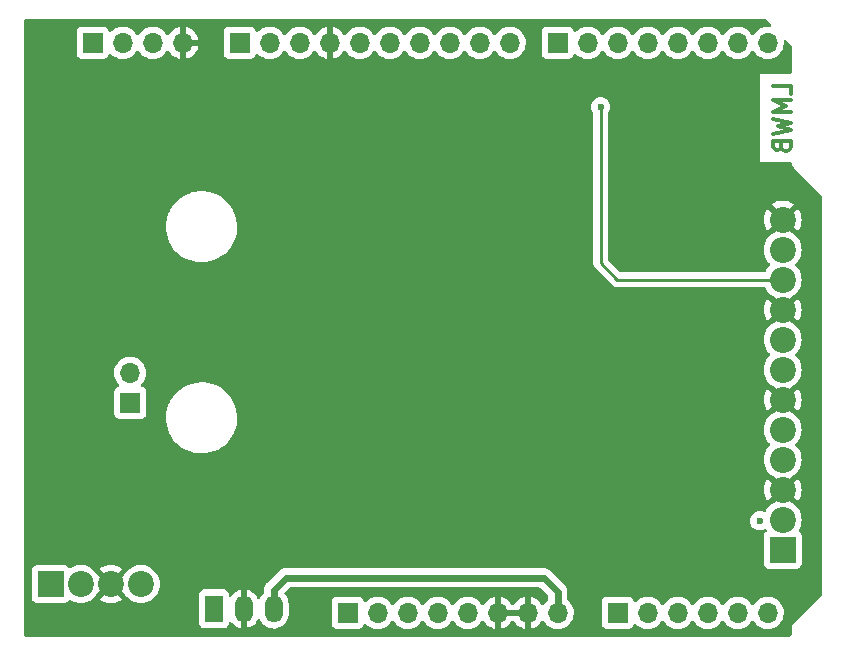
<source format=gbl>
G04 #@! TF.GenerationSoftware,KiCad,Pcbnew,6.0.11-2627ca5db0~126~ubuntu22.04.1*
G04 #@! TF.CreationDate,2024-01-25T08:43:18+01:00*
G04 #@! TF.ProjectId,lmwb_ds18b20,6c6d7762-5f64-4733-9138-6232302e6b69,rev?*
G04 #@! TF.SameCoordinates,Original*
G04 #@! TF.FileFunction,Copper,L2,Bot*
G04 #@! TF.FilePolarity,Positive*
%FSLAX46Y46*%
G04 Gerber Fmt 4.6, Leading zero omitted, Abs format (unit mm)*
G04 Created by KiCad (PCBNEW 6.0.11-2627ca5db0~126~ubuntu22.04.1) date 2024-01-25 08:43:18*
%MOMM*%
%LPD*%
G01*
G04 APERTURE LIST*
%ADD10C,0.300000*%
G04 #@! TA.AperFunction,NonConductor*
%ADD11C,0.300000*%
G04 #@! TD*
G04 #@! TA.AperFunction,ComponentPad*
%ADD12R,1.700000X1.700000*%
G04 #@! TD*
G04 #@! TA.AperFunction,ComponentPad*
%ADD13O,1.700000X1.700000*%
G04 #@! TD*
G04 #@! TA.AperFunction,ComponentPad*
%ADD14R,2.200000X2.200000*%
G04 #@! TD*
G04 #@! TA.AperFunction,ComponentPad*
%ADD15C,2.200000*%
G04 #@! TD*
G04 #@! TA.AperFunction,ComponentPad*
%ADD16R,1.500000X2.300000*%
G04 #@! TD*
G04 #@! TA.AperFunction,ComponentPad*
%ADD17O,1.500000X2.300000*%
G04 #@! TD*
G04 #@! TA.AperFunction,ViaPad*
%ADD18C,0.600000*%
G04 #@! TD*
G04 #@! TA.AperFunction,Conductor*
%ADD19C,0.250000*%
G04 #@! TD*
G04 #@! TA.AperFunction,Conductor*
%ADD20C,0.600000*%
G04 #@! TD*
G04 APERTURE END LIST*
D10*
D11*
X165448571Y-53550000D02*
X165448571Y-52835714D01*
X163948571Y-52835714D01*
X165448571Y-54050000D02*
X163948571Y-54050000D01*
X165020000Y-54550000D01*
X163948571Y-55050000D01*
X165448571Y-55050000D01*
X163948571Y-55621428D02*
X165448571Y-55978571D01*
X164377142Y-56264285D01*
X165448571Y-56550000D01*
X163948571Y-56907142D01*
X164662857Y-57978571D02*
X164734285Y-58192857D01*
X164805714Y-58264285D01*
X164948571Y-58335714D01*
X165162857Y-58335714D01*
X165305714Y-58264285D01*
X165377142Y-58192857D01*
X165448571Y-58050000D01*
X165448571Y-57478571D01*
X163948571Y-57478571D01*
X163948571Y-57978571D01*
X164020000Y-58121428D01*
X164091428Y-58192857D01*
X164234285Y-58264285D01*
X164377142Y-58264285D01*
X164520000Y-58192857D01*
X164591428Y-58121428D01*
X164662857Y-57978571D01*
X164662857Y-57478571D01*
D12*
X127940000Y-97460000D03*
D13*
X130480000Y-97460000D03*
X133020000Y-97460000D03*
X135560000Y-97460000D03*
X138100000Y-97460000D03*
X140640000Y-97460000D03*
X143180000Y-97460000D03*
X145720000Y-97460000D03*
D12*
X150800000Y-97460000D03*
D13*
X153340000Y-97460000D03*
X155880000Y-97460000D03*
X158420000Y-97460000D03*
X160960000Y-97460000D03*
X163500000Y-97460000D03*
D12*
X118796000Y-49200000D03*
D13*
X121336000Y-49200000D03*
X123876000Y-49200000D03*
X126416000Y-49200000D03*
X128956000Y-49200000D03*
X131496000Y-49200000D03*
X134036000Y-49200000D03*
X136576000Y-49200000D03*
X139116000Y-49200000D03*
X141656000Y-49200000D03*
D12*
X145720000Y-49200000D03*
D13*
X148260000Y-49200000D03*
X150800000Y-49200000D03*
X153340000Y-49200000D03*
X155880000Y-49200000D03*
X158420000Y-49200000D03*
X160960000Y-49200000D03*
X163500000Y-49200000D03*
D12*
X106350000Y-49200000D03*
D13*
X108890000Y-49200000D03*
X111430000Y-49200000D03*
X113970000Y-49200000D03*
D14*
X102800000Y-95020000D03*
D15*
X105340000Y-95020000D03*
X107880000Y-95020000D03*
X110420000Y-95020000D03*
D12*
X109525000Y-79680000D03*
D13*
X109525000Y-77140000D03*
D14*
X164770000Y-92106000D03*
D15*
X164770000Y-89566000D03*
X164770000Y-87026000D03*
X164770000Y-84486000D03*
X164770000Y-81946000D03*
X164770000Y-79406000D03*
X164770000Y-76866000D03*
X164770000Y-74326000D03*
X164770000Y-71786000D03*
X164770000Y-69246000D03*
X164770000Y-66706000D03*
X164770000Y-64166000D03*
D16*
X116603000Y-97127500D03*
D17*
X119143000Y-97127500D03*
X121683000Y-97127500D03*
D18*
X135128000Y-90170000D03*
X146050000Y-84074000D03*
X135382000Y-72136000D03*
X156718000Y-58420000D03*
X122682000Y-87630000D03*
X129159000Y-76581000D03*
X143510000Y-84074000D03*
X103759000Y-89789000D03*
X135128000Y-89408000D03*
X162814000Y-89662000D03*
X149352000Y-54610000D03*
D19*
X164770000Y-69246000D02*
X150780000Y-69246000D01*
X150780000Y-69246000D02*
X149352000Y-67818000D01*
X149352000Y-67818000D02*
X149352000Y-54610000D01*
D20*
X121683000Y-95487000D02*
X122682000Y-94488000D01*
X144526000Y-94488000D02*
X145720000Y-95682000D01*
X122682000Y-94488000D02*
X144526000Y-94488000D01*
X145720000Y-95682000D02*
X145720000Y-97460000D01*
X121683000Y-97127500D02*
X121683000Y-95487000D01*
G04 #@! TA.AperFunction,Conductor*
G36*
X163305304Y-47188502D02*
G01*
X163326278Y-47205405D01*
X163753042Y-47632169D01*
X163787068Y-47694481D01*
X163782003Y-47765296D01*
X163739456Y-47822132D01*
X163672936Y-47846943D01*
X163641855Y-47845311D01*
X163628284Y-47842894D01*
X163554452Y-47841992D01*
X163410081Y-47840228D01*
X163410079Y-47840228D01*
X163404911Y-47840165D01*
X163184091Y-47873955D01*
X162971756Y-47943357D01*
X162773607Y-48046507D01*
X162769474Y-48049610D01*
X162769471Y-48049612D01*
X162599100Y-48177530D01*
X162594965Y-48180635D01*
X162591393Y-48184373D01*
X162483729Y-48297037D01*
X162440629Y-48342138D01*
X162333201Y-48499621D01*
X162278293Y-48544621D01*
X162207768Y-48552792D01*
X162144021Y-48521538D01*
X162123324Y-48497054D01*
X162042822Y-48372617D01*
X162042820Y-48372614D01*
X162040014Y-48368277D01*
X161889670Y-48203051D01*
X161885619Y-48199852D01*
X161885615Y-48199848D01*
X161718414Y-48067800D01*
X161718410Y-48067798D01*
X161714359Y-48064598D01*
X161678028Y-48044542D01*
X161662136Y-48035769D01*
X161518789Y-47956638D01*
X161513920Y-47954914D01*
X161513916Y-47954912D01*
X161313087Y-47883795D01*
X161313083Y-47883794D01*
X161308212Y-47882069D01*
X161303119Y-47881162D01*
X161303116Y-47881161D01*
X161093373Y-47843800D01*
X161093367Y-47843799D01*
X161088284Y-47842894D01*
X161014452Y-47841992D01*
X160870081Y-47840228D01*
X160870079Y-47840228D01*
X160864911Y-47840165D01*
X160644091Y-47873955D01*
X160431756Y-47943357D01*
X160233607Y-48046507D01*
X160229474Y-48049610D01*
X160229471Y-48049612D01*
X160059100Y-48177530D01*
X160054965Y-48180635D01*
X160051393Y-48184373D01*
X159943729Y-48297037D01*
X159900629Y-48342138D01*
X159793201Y-48499621D01*
X159738293Y-48544621D01*
X159667768Y-48552792D01*
X159604021Y-48521538D01*
X159583324Y-48497054D01*
X159502822Y-48372617D01*
X159502820Y-48372614D01*
X159500014Y-48368277D01*
X159349670Y-48203051D01*
X159345619Y-48199852D01*
X159345615Y-48199848D01*
X159178414Y-48067800D01*
X159178410Y-48067798D01*
X159174359Y-48064598D01*
X159138028Y-48044542D01*
X159122136Y-48035769D01*
X158978789Y-47956638D01*
X158973920Y-47954914D01*
X158973916Y-47954912D01*
X158773087Y-47883795D01*
X158773083Y-47883794D01*
X158768212Y-47882069D01*
X158763119Y-47881162D01*
X158763116Y-47881161D01*
X158553373Y-47843800D01*
X158553367Y-47843799D01*
X158548284Y-47842894D01*
X158474452Y-47841992D01*
X158330081Y-47840228D01*
X158330079Y-47840228D01*
X158324911Y-47840165D01*
X158104091Y-47873955D01*
X157891756Y-47943357D01*
X157693607Y-48046507D01*
X157689474Y-48049610D01*
X157689471Y-48049612D01*
X157519100Y-48177530D01*
X157514965Y-48180635D01*
X157511393Y-48184373D01*
X157403729Y-48297037D01*
X157360629Y-48342138D01*
X157253201Y-48499621D01*
X157198293Y-48544621D01*
X157127768Y-48552792D01*
X157064021Y-48521538D01*
X157043324Y-48497054D01*
X156962822Y-48372617D01*
X156962820Y-48372614D01*
X156960014Y-48368277D01*
X156809670Y-48203051D01*
X156805619Y-48199852D01*
X156805615Y-48199848D01*
X156638414Y-48067800D01*
X156638410Y-48067798D01*
X156634359Y-48064598D01*
X156598028Y-48044542D01*
X156582136Y-48035769D01*
X156438789Y-47956638D01*
X156433920Y-47954914D01*
X156433916Y-47954912D01*
X156233087Y-47883795D01*
X156233083Y-47883794D01*
X156228212Y-47882069D01*
X156223119Y-47881162D01*
X156223116Y-47881161D01*
X156013373Y-47843800D01*
X156013367Y-47843799D01*
X156008284Y-47842894D01*
X155934452Y-47841992D01*
X155790081Y-47840228D01*
X155790079Y-47840228D01*
X155784911Y-47840165D01*
X155564091Y-47873955D01*
X155351756Y-47943357D01*
X155153607Y-48046507D01*
X155149474Y-48049610D01*
X155149471Y-48049612D01*
X154979100Y-48177530D01*
X154974965Y-48180635D01*
X154971393Y-48184373D01*
X154863729Y-48297037D01*
X154820629Y-48342138D01*
X154713201Y-48499621D01*
X154658293Y-48544621D01*
X154587768Y-48552792D01*
X154524021Y-48521538D01*
X154503324Y-48497054D01*
X154422822Y-48372617D01*
X154422820Y-48372614D01*
X154420014Y-48368277D01*
X154269670Y-48203051D01*
X154265619Y-48199852D01*
X154265615Y-48199848D01*
X154098414Y-48067800D01*
X154098410Y-48067798D01*
X154094359Y-48064598D01*
X154058028Y-48044542D01*
X154042136Y-48035769D01*
X153898789Y-47956638D01*
X153893920Y-47954914D01*
X153893916Y-47954912D01*
X153693087Y-47883795D01*
X153693083Y-47883794D01*
X153688212Y-47882069D01*
X153683119Y-47881162D01*
X153683116Y-47881161D01*
X153473373Y-47843800D01*
X153473367Y-47843799D01*
X153468284Y-47842894D01*
X153394452Y-47841992D01*
X153250081Y-47840228D01*
X153250079Y-47840228D01*
X153244911Y-47840165D01*
X153024091Y-47873955D01*
X152811756Y-47943357D01*
X152613607Y-48046507D01*
X152609474Y-48049610D01*
X152609471Y-48049612D01*
X152439100Y-48177530D01*
X152434965Y-48180635D01*
X152431393Y-48184373D01*
X152323729Y-48297037D01*
X152280629Y-48342138D01*
X152173201Y-48499621D01*
X152118293Y-48544621D01*
X152047768Y-48552792D01*
X151984021Y-48521538D01*
X151963324Y-48497054D01*
X151882822Y-48372617D01*
X151882820Y-48372614D01*
X151880014Y-48368277D01*
X151729670Y-48203051D01*
X151725619Y-48199852D01*
X151725615Y-48199848D01*
X151558414Y-48067800D01*
X151558410Y-48067798D01*
X151554359Y-48064598D01*
X151518028Y-48044542D01*
X151502136Y-48035769D01*
X151358789Y-47956638D01*
X151353920Y-47954914D01*
X151353916Y-47954912D01*
X151153087Y-47883795D01*
X151153083Y-47883794D01*
X151148212Y-47882069D01*
X151143119Y-47881162D01*
X151143116Y-47881161D01*
X150933373Y-47843800D01*
X150933367Y-47843799D01*
X150928284Y-47842894D01*
X150854452Y-47841992D01*
X150710081Y-47840228D01*
X150710079Y-47840228D01*
X150704911Y-47840165D01*
X150484091Y-47873955D01*
X150271756Y-47943357D01*
X150073607Y-48046507D01*
X150069474Y-48049610D01*
X150069471Y-48049612D01*
X149899100Y-48177530D01*
X149894965Y-48180635D01*
X149891393Y-48184373D01*
X149783729Y-48297037D01*
X149740629Y-48342138D01*
X149633201Y-48499621D01*
X149578293Y-48544621D01*
X149507768Y-48552792D01*
X149444021Y-48521538D01*
X149423324Y-48497054D01*
X149342822Y-48372617D01*
X149342820Y-48372614D01*
X149340014Y-48368277D01*
X149189670Y-48203051D01*
X149185619Y-48199852D01*
X149185615Y-48199848D01*
X149018414Y-48067800D01*
X149018410Y-48067798D01*
X149014359Y-48064598D01*
X148978028Y-48044542D01*
X148962136Y-48035769D01*
X148818789Y-47956638D01*
X148813920Y-47954914D01*
X148813916Y-47954912D01*
X148613087Y-47883795D01*
X148613083Y-47883794D01*
X148608212Y-47882069D01*
X148603119Y-47881162D01*
X148603116Y-47881161D01*
X148393373Y-47843800D01*
X148393367Y-47843799D01*
X148388284Y-47842894D01*
X148314452Y-47841992D01*
X148170081Y-47840228D01*
X148170079Y-47840228D01*
X148164911Y-47840165D01*
X147944091Y-47873955D01*
X147731756Y-47943357D01*
X147533607Y-48046507D01*
X147529474Y-48049610D01*
X147529471Y-48049612D01*
X147359100Y-48177530D01*
X147354965Y-48180635D01*
X147298537Y-48239684D01*
X147274283Y-48265064D01*
X147212759Y-48300494D01*
X147141846Y-48297037D01*
X147084060Y-48255791D01*
X147065207Y-48222243D01*
X147023767Y-48111703D01*
X147020615Y-48103295D01*
X146933261Y-47986739D01*
X146816705Y-47899385D01*
X146680316Y-47848255D01*
X146618134Y-47841500D01*
X144821866Y-47841500D01*
X144759684Y-47848255D01*
X144623295Y-47899385D01*
X144506739Y-47986739D01*
X144419385Y-48103295D01*
X144368255Y-48239684D01*
X144361500Y-48301866D01*
X144361500Y-50098134D01*
X144368255Y-50160316D01*
X144419385Y-50296705D01*
X144506739Y-50413261D01*
X144623295Y-50500615D01*
X144759684Y-50551745D01*
X144821866Y-50558500D01*
X146618134Y-50558500D01*
X146680316Y-50551745D01*
X146816705Y-50500615D01*
X146933261Y-50413261D01*
X147020615Y-50296705D01*
X147042799Y-50237529D01*
X147064598Y-50179382D01*
X147107240Y-50122618D01*
X147173802Y-50097918D01*
X147243150Y-50113126D01*
X147277817Y-50141114D01*
X147306250Y-50173938D01*
X147478126Y-50316632D01*
X147671000Y-50429338D01*
X147879692Y-50509030D01*
X147884760Y-50510061D01*
X147884763Y-50510062D01*
X147979862Y-50529410D01*
X148098597Y-50553567D01*
X148103772Y-50553757D01*
X148103774Y-50553757D01*
X148316673Y-50561564D01*
X148316677Y-50561564D01*
X148321837Y-50561753D01*
X148326957Y-50561097D01*
X148326959Y-50561097D01*
X148538288Y-50534025D01*
X148538289Y-50534025D01*
X148543416Y-50533368D01*
X148548366Y-50531883D01*
X148752429Y-50470661D01*
X148752434Y-50470659D01*
X148757384Y-50469174D01*
X148957994Y-50370896D01*
X149139860Y-50241173D01*
X149298096Y-50083489D01*
X149428453Y-49902077D01*
X149429776Y-49903028D01*
X149476645Y-49859857D01*
X149546580Y-49847625D01*
X149612026Y-49875144D01*
X149639875Y-49906994D01*
X149699987Y-50005088D01*
X149846250Y-50173938D01*
X150018126Y-50316632D01*
X150211000Y-50429338D01*
X150419692Y-50509030D01*
X150424760Y-50510061D01*
X150424763Y-50510062D01*
X150519862Y-50529410D01*
X150638597Y-50553567D01*
X150643772Y-50553757D01*
X150643774Y-50553757D01*
X150856673Y-50561564D01*
X150856677Y-50561564D01*
X150861837Y-50561753D01*
X150866957Y-50561097D01*
X150866959Y-50561097D01*
X151078288Y-50534025D01*
X151078289Y-50534025D01*
X151083416Y-50533368D01*
X151088366Y-50531883D01*
X151292429Y-50470661D01*
X151292434Y-50470659D01*
X151297384Y-50469174D01*
X151497994Y-50370896D01*
X151679860Y-50241173D01*
X151838096Y-50083489D01*
X151968453Y-49902077D01*
X151969776Y-49903028D01*
X152016645Y-49859857D01*
X152086580Y-49847625D01*
X152152026Y-49875144D01*
X152179875Y-49906994D01*
X152239987Y-50005088D01*
X152386250Y-50173938D01*
X152558126Y-50316632D01*
X152751000Y-50429338D01*
X152959692Y-50509030D01*
X152964760Y-50510061D01*
X152964763Y-50510062D01*
X153059862Y-50529410D01*
X153178597Y-50553567D01*
X153183772Y-50553757D01*
X153183774Y-50553757D01*
X153396673Y-50561564D01*
X153396677Y-50561564D01*
X153401837Y-50561753D01*
X153406957Y-50561097D01*
X153406959Y-50561097D01*
X153618288Y-50534025D01*
X153618289Y-50534025D01*
X153623416Y-50533368D01*
X153628366Y-50531883D01*
X153832429Y-50470661D01*
X153832434Y-50470659D01*
X153837384Y-50469174D01*
X154037994Y-50370896D01*
X154219860Y-50241173D01*
X154378096Y-50083489D01*
X154508453Y-49902077D01*
X154509776Y-49903028D01*
X154556645Y-49859857D01*
X154626580Y-49847625D01*
X154692026Y-49875144D01*
X154719875Y-49906994D01*
X154779987Y-50005088D01*
X154926250Y-50173938D01*
X155098126Y-50316632D01*
X155291000Y-50429338D01*
X155499692Y-50509030D01*
X155504760Y-50510061D01*
X155504763Y-50510062D01*
X155599862Y-50529410D01*
X155718597Y-50553567D01*
X155723772Y-50553757D01*
X155723774Y-50553757D01*
X155936673Y-50561564D01*
X155936677Y-50561564D01*
X155941837Y-50561753D01*
X155946957Y-50561097D01*
X155946959Y-50561097D01*
X156158288Y-50534025D01*
X156158289Y-50534025D01*
X156163416Y-50533368D01*
X156168366Y-50531883D01*
X156372429Y-50470661D01*
X156372434Y-50470659D01*
X156377384Y-50469174D01*
X156577994Y-50370896D01*
X156759860Y-50241173D01*
X156918096Y-50083489D01*
X157048453Y-49902077D01*
X157049776Y-49903028D01*
X157096645Y-49859857D01*
X157166580Y-49847625D01*
X157232026Y-49875144D01*
X157259875Y-49906994D01*
X157319987Y-50005088D01*
X157466250Y-50173938D01*
X157638126Y-50316632D01*
X157831000Y-50429338D01*
X158039692Y-50509030D01*
X158044760Y-50510061D01*
X158044763Y-50510062D01*
X158139862Y-50529410D01*
X158258597Y-50553567D01*
X158263772Y-50553757D01*
X158263774Y-50553757D01*
X158476673Y-50561564D01*
X158476677Y-50561564D01*
X158481837Y-50561753D01*
X158486957Y-50561097D01*
X158486959Y-50561097D01*
X158698288Y-50534025D01*
X158698289Y-50534025D01*
X158703416Y-50533368D01*
X158708366Y-50531883D01*
X158912429Y-50470661D01*
X158912434Y-50470659D01*
X158917384Y-50469174D01*
X159117994Y-50370896D01*
X159299860Y-50241173D01*
X159458096Y-50083489D01*
X159588453Y-49902077D01*
X159589776Y-49903028D01*
X159636645Y-49859857D01*
X159706580Y-49847625D01*
X159772026Y-49875144D01*
X159799875Y-49906994D01*
X159859987Y-50005088D01*
X160006250Y-50173938D01*
X160178126Y-50316632D01*
X160371000Y-50429338D01*
X160579692Y-50509030D01*
X160584760Y-50510061D01*
X160584763Y-50510062D01*
X160679862Y-50529410D01*
X160798597Y-50553567D01*
X160803772Y-50553757D01*
X160803774Y-50553757D01*
X161016673Y-50561564D01*
X161016677Y-50561564D01*
X161021837Y-50561753D01*
X161026957Y-50561097D01*
X161026959Y-50561097D01*
X161238288Y-50534025D01*
X161238289Y-50534025D01*
X161243416Y-50533368D01*
X161248366Y-50531883D01*
X161452429Y-50470661D01*
X161452434Y-50470659D01*
X161457384Y-50469174D01*
X161657994Y-50370896D01*
X161839860Y-50241173D01*
X161998096Y-50083489D01*
X162128453Y-49902077D01*
X162129776Y-49903028D01*
X162176645Y-49859857D01*
X162246580Y-49847625D01*
X162312026Y-49875144D01*
X162339875Y-49906994D01*
X162399987Y-50005088D01*
X162546250Y-50173938D01*
X162718126Y-50316632D01*
X162911000Y-50429338D01*
X163119692Y-50509030D01*
X163124760Y-50510061D01*
X163124763Y-50510062D01*
X163219862Y-50529410D01*
X163338597Y-50553567D01*
X163343772Y-50553757D01*
X163343774Y-50553757D01*
X163556673Y-50561564D01*
X163556677Y-50561564D01*
X163561837Y-50561753D01*
X163566957Y-50561097D01*
X163566959Y-50561097D01*
X163778288Y-50534025D01*
X163778289Y-50534025D01*
X163783416Y-50533368D01*
X163788366Y-50531883D01*
X163992429Y-50470661D01*
X163992434Y-50470659D01*
X163997384Y-50469174D01*
X164197994Y-50370896D01*
X164379860Y-50241173D01*
X164538096Y-50083489D01*
X164668453Y-49902077D01*
X164681995Y-49874678D01*
X164765136Y-49706453D01*
X164765137Y-49706451D01*
X164767430Y-49701811D01*
X164832370Y-49488069D01*
X164861529Y-49266590D01*
X164861611Y-49263240D01*
X164863074Y-49203365D01*
X164863074Y-49203361D01*
X164863156Y-49200000D01*
X164850290Y-49043508D01*
X164864643Y-48973979D01*
X164914308Y-48923246D01*
X164983518Y-48907418D01*
X165050298Y-48931520D01*
X165064961Y-48944090D01*
X165494595Y-49373724D01*
X165528621Y-49436036D01*
X165531500Y-49462819D01*
X165531500Y-51694071D01*
X165511498Y-51762192D01*
X165457842Y-51808685D01*
X165405500Y-51820071D01*
X162829000Y-51820071D01*
X162829000Y-59279928D01*
X165406171Y-59279928D01*
X165474292Y-59299930D01*
X165520785Y-59353586D01*
X165531500Y-59395599D01*
X165531500Y-59396513D01*
X165532135Y-59400947D01*
X165532135Y-59400949D01*
X165532984Y-59406878D01*
X165534013Y-59416928D01*
X165536945Y-59464177D01*
X165539994Y-59472623D01*
X165540593Y-59475514D01*
X165544822Y-59492480D01*
X165545648Y-59495305D01*
X165546920Y-59504187D01*
X165566522Y-59547298D01*
X165570327Y-59556647D01*
X165586404Y-59601181D01*
X165591699Y-59608429D01*
X165593080Y-59611027D01*
X165601915Y-59626145D01*
X165603494Y-59628614D01*
X165607208Y-59636782D01*
X165613064Y-59643578D01*
X165638115Y-59672652D01*
X165644401Y-59680569D01*
X165649548Y-59687615D01*
X165649553Y-59687620D01*
X165652425Y-59691552D01*
X165663400Y-59702527D01*
X165669758Y-59709374D01*
X165702287Y-59747127D01*
X165709822Y-59752011D01*
X165716066Y-59757458D01*
X165727931Y-59767058D01*
X168034595Y-62073723D01*
X168068621Y-62136035D01*
X168071500Y-62162818D01*
X168071500Y-95927182D01*
X168051498Y-95995303D01*
X168034595Y-96016277D01*
X165730696Y-98320177D01*
X165721156Y-98327800D01*
X165721470Y-98328168D01*
X165714634Y-98333986D01*
X165707042Y-98338776D01*
X165701100Y-98345504D01*
X165671407Y-98379125D01*
X165666061Y-98384812D01*
X165654618Y-98396255D01*
X165650976Y-98401115D01*
X165648341Y-98404630D01*
X165641967Y-98412459D01*
X165610622Y-98447951D01*
X165606808Y-98456074D01*
X165605174Y-98458562D01*
X165596186Y-98473523D01*
X165594771Y-98476108D01*
X165589384Y-98483295D01*
X165572759Y-98527642D01*
X165568833Y-98536958D01*
X165548719Y-98579800D01*
X165547338Y-98588669D01*
X165546472Y-98591502D01*
X165542042Y-98608389D01*
X165541408Y-98611274D01*
X165538255Y-98619684D01*
X165537133Y-98634790D01*
X165534746Y-98666906D01*
X165533592Y-98676952D01*
X165531500Y-98690386D01*
X165531500Y-98705906D01*
X165531154Y-98715243D01*
X165527461Y-98764941D01*
X165529335Y-98773720D01*
X165529898Y-98781978D01*
X165531500Y-98797161D01*
X165531500Y-99188633D01*
X165530000Y-99208018D01*
X165527690Y-99222851D01*
X165527690Y-99222855D01*
X165526309Y-99231724D01*
X165527473Y-99240629D01*
X165527364Y-99249598D01*
X165526550Y-99249588D01*
X165526257Y-99271098D01*
X165522215Y-99296622D01*
X165510033Y-99334116D01*
X165492145Y-99369224D01*
X165468973Y-99401117D01*
X165441117Y-99428973D01*
X165409226Y-99452144D01*
X165374116Y-99470034D01*
X165336627Y-99482214D01*
X165311974Y-99486119D01*
X165292250Y-99487551D01*
X165284276Y-99486309D01*
X165252714Y-99490436D01*
X165236379Y-99491500D01*
X100811367Y-99491500D01*
X100791982Y-99490000D01*
X100777149Y-99487690D01*
X100777145Y-99487690D01*
X100768276Y-99486309D01*
X100759371Y-99487473D01*
X100750402Y-99487364D01*
X100750412Y-99486550D01*
X100728902Y-99486257D01*
X100703378Y-99482215D01*
X100665884Y-99470033D01*
X100630776Y-99452145D01*
X100598883Y-99428973D01*
X100571027Y-99401117D01*
X100547855Y-99369225D01*
X100529966Y-99334116D01*
X100517785Y-99296622D01*
X100514661Y-99276894D01*
X100513769Y-99250554D01*
X100513576Y-99250552D01*
X100513627Y-99246357D01*
X100513729Y-99238000D01*
X100509773Y-99210376D01*
X100508500Y-99192514D01*
X100508500Y-98325634D01*
X115344500Y-98325634D01*
X115351255Y-98387816D01*
X115402385Y-98524205D01*
X115489739Y-98640761D01*
X115606295Y-98728115D01*
X115742684Y-98779245D01*
X115804866Y-98786000D01*
X117401134Y-98786000D01*
X117463316Y-98779245D01*
X117599705Y-98728115D01*
X117716261Y-98640761D01*
X117803615Y-98524205D01*
X117854745Y-98387816D01*
X117861500Y-98325634D01*
X117861500Y-98291323D01*
X117881502Y-98223202D01*
X117935158Y-98176709D01*
X118005432Y-98166605D01*
X118070012Y-98196099D01*
X118089823Y-98217797D01*
X118183575Y-98348267D01*
X118190883Y-98356733D01*
X118344082Y-98505192D01*
X118352779Y-98512235D01*
X118529844Y-98631219D01*
X118539642Y-98636605D01*
X118734990Y-98722357D01*
X118745582Y-98725922D01*
X118871384Y-98756124D01*
X118885470Y-98755419D01*
X118889000Y-98746540D01*
X118889000Y-98745911D01*
X119397000Y-98745911D01*
X119401105Y-98759893D01*
X119410728Y-98761386D01*
X119410973Y-98761334D01*
X119614883Y-98698602D01*
X119625229Y-98694381D01*
X119814814Y-98596529D01*
X119824245Y-98590543D01*
X119993501Y-98460668D01*
X120001724Y-98453107D01*
X120145312Y-98295306D01*
X120152067Y-98286406D01*
X120265434Y-98105685D01*
X120270511Y-98095719D01*
X120295667Y-98033142D01*
X120339633Y-97977397D01*
X120406758Y-97954272D01*
X120475729Y-97971109D01*
X120526300Y-98025893D01*
X120595378Y-98170718D01*
X120726471Y-98353154D01*
X120775963Y-98401115D01*
X120883362Y-98505192D01*
X120887799Y-98509492D01*
X121074262Y-98634790D01*
X121279967Y-98725088D01*
X121285418Y-98726397D01*
X121285422Y-98726398D01*
X121467296Y-98770062D01*
X121498411Y-98777532D01*
X121575524Y-98781978D01*
X121717083Y-98790140D01*
X121717086Y-98790140D01*
X121722690Y-98790463D01*
X121945715Y-98763475D01*
X122160435Y-98697418D01*
X122165415Y-98694848D01*
X122165419Y-98694846D01*
X122355081Y-98596954D01*
X122355082Y-98596954D01*
X122360064Y-98594382D01*
X122538292Y-98457623D01*
X122628820Y-98358134D01*
X126581500Y-98358134D01*
X126588255Y-98420316D01*
X126639385Y-98556705D01*
X126726739Y-98673261D01*
X126843295Y-98760615D01*
X126979684Y-98811745D01*
X127041866Y-98818500D01*
X128838134Y-98818500D01*
X128900316Y-98811745D01*
X129036705Y-98760615D01*
X129153261Y-98673261D01*
X129240615Y-98556705D01*
X129257286Y-98512235D01*
X129284598Y-98439382D01*
X129327240Y-98382618D01*
X129393802Y-98357918D01*
X129463150Y-98373126D01*
X129497817Y-98401114D01*
X129526250Y-98433938D01*
X129698126Y-98576632D01*
X129891000Y-98689338D01*
X129895825Y-98691180D01*
X129895826Y-98691181D01*
X129934387Y-98705906D01*
X130099692Y-98769030D01*
X130104760Y-98770061D01*
X130104763Y-98770062D01*
X130199862Y-98789410D01*
X130318597Y-98813567D01*
X130323772Y-98813757D01*
X130323774Y-98813757D01*
X130536673Y-98821564D01*
X130536677Y-98821564D01*
X130541837Y-98821753D01*
X130546957Y-98821097D01*
X130546959Y-98821097D01*
X130758288Y-98794025D01*
X130758289Y-98794025D01*
X130763416Y-98793368D01*
X130768366Y-98791883D01*
X130972429Y-98730661D01*
X130972434Y-98730659D01*
X130977384Y-98729174D01*
X131177994Y-98630896D01*
X131359860Y-98501173D01*
X131403563Y-98457623D01*
X131504476Y-98357061D01*
X131518096Y-98343489D01*
X131527693Y-98330134D01*
X131648453Y-98162077D01*
X131649776Y-98163028D01*
X131696645Y-98119857D01*
X131766580Y-98107625D01*
X131832026Y-98135144D01*
X131859875Y-98166994D01*
X131919987Y-98265088D01*
X132066250Y-98433938D01*
X132238126Y-98576632D01*
X132431000Y-98689338D01*
X132435825Y-98691180D01*
X132435826Y-98691181D01*
X132474387Y-98705906D01*
X132639692Y-98769030D01*
X132644760Y-98770061D01*
X132644763Y-98770062D01*
X132739862Y-98789410D01*
X132858597Y-98813567D01*
X132863772Y-98813757D01*
X132863774Y-98813757D01*
X133076673Y-98821564D01*
X133076677Y-98821564D01*
X133081837Y-98821753D01*
X133086957Y-98821097D01*
X133086959Y-98821097D01*
X133298288Y-98794025D01*
X133298289Y-98794025D01*
X133303416Y-98793368D01*
X133308366Y-98791883D01*
X133512429Y-98730661D01*
X133512434Y-98730659D01*
X133517384Y-98729174D01*
X133717994Y-98630896D01*
X133899860Y-98501173D01*
X133943563Y-98457623D01*
X134044476Y-98357061D01*
X134058096Y-98343489D01*
X134067693Y-98330134D01*
X134188453Y-98162077D01*
X134189776Y-98163028D01*
X134236645Y-98119857D01*
X134306580Y-98107625D01*
X134372026Y-98135144D01*
X134399875Y-98166994D01*
X134459987Y-98265088D01*
X134606250Y-98433938D01*
X134778126Y-98576632D01*
X134971000Y-98689338D01*
X134975825Y-98691180D01*
X134975826Y-98691181D01*
X135014387Y-98705906D01*
X135179692Y-98769030D01*
X135184760Y-98770061D01*
X135184763Y-98770062D01*
X135279862Y-98789410D01*
X135398597Y-98813567D01*
X135403772Y-98813757D01*
X135403774Y-98813757D01*
X135616673Y-98821564D01*
X135616677Y-98821564D01*
X135621837Y-98821753D01*
X135626957Y-98821097D01*
X135626959Y-98821097D01*
X135838288Y-98794025D01*
X135838289Y-98794025D01*
X135843416Y-98793368D01*
X135848366Y-98791883D01*
X136052429Y-98730661D01*
X136052434Y-98730659D01*
X136057384Y-98729174D01*
X136257994Y-98630896D01*
X136439860Y-98501173D01*
X136483563Y-98457623D01*
X136584476Y-98357061D01*
X136598096Y-98343489D01*
X136607693Y-98330134D01*
X136728453Y-98162077D01*
X136729776Y-98163028D01*
X136776645Y-98119857D01*
X136846580Y-98107625D01*
X136912026Y-98135144D01*
X136939875Y-98166994D01*
X136999987Y-98265088D01*
X137146250Y-98433938D01*
X137318126Y-98576632D01*
X137511000Y-98689338D01*
X137515825Y-98691180D01*
X137515826Y-98691181D01*
X137554387Y-98705906D01*
X137719692Y-98769030D01*
X137724760Y-98770061D01*
X137724763Y-98770062D01*
X137819862Y-98789410D01*
X137938597Y-98813567D01*
X137943772Y-98813757D01*
X137943774Y-98813757D01*
X138156673Y-98821564D01*
X138156677Y-98821564D01*
X138161837Y-98821753D01*
X138166957Y-98821097D01*
X138166959Y-98821097D01*
X138378288Y-98794025D01*
X138378289Y-98794025D01*
X138383416Y-98793368D01*
X138388366Y-98791883D01*
X138592429Y-98730661D01*
X138592434Y-98730659D01*
X138597384Y-98729174D01*
X138797994Y-98630896D01*
X138979860Y-98501173D01*
X139023563Y-98457623D01*
X139124476Y-98357061D01*
X139138096Y-98343489D01*
X139147693Y-98330134D01*
X139268453Y-98162077D01*
X139269640Y-98162930D01*
X139316960Y-98119362D01*
X139386897Y-98107145D01*
X139452338Y-98134678D01*
X139480166Y-98166511D01*
X139537694Y-98260388D01*
X139543777Y-98268699D01*
X139683213Y-98429667D01*
X139690580Y-98436883D01*
X139854434Y-98572916D01*
X139862881Y-98578831D01*
X140046756Y-98686279D01*
X140056042Y-98690729D01*
X140255001Y-98766703D01*
X140264899Y-98769579D01*
X140368250Y-98790606D01*
X140382299Y-98789410D01*
X140386000Y-98779065D01*
X140386000Y-98778517D01*
X140894000Y-98778517D01*
X140898064Y-98792359D01*
X140911478Y-98794393D01*
X140918184Y-98793534D01*
X140928262Y-98791392D01*
X141132255Y-98730191D01*
X141141842Y-98726433D01*
X141333095Y-98632739D01*
X141341945Y-98627464D01*
X141515328Y-98503792D01*
X141523200Y-98497139D01*
X141674052Y-98346812D01*
X141680730Y-98338965D01*
X141808022Y-98161819D01*
X141809147Y-98162627D01*
X141856669Y-98118876D01*
X141926607Y-98106661D01*
X141992046Y-98134197D01*
X142019870Y-98166028D01*
X142077690Y-98260383D01*
X142083777Y-98268699D01*
X142223213Y-98429667D01*
X142230580Y-98436883D01*
X142394434Y-98572916D01*
X142402881Y-98578831D01*
X142586756Y-98686279D01*
X142596042Y-98690729D01*
X142795001Y-98766703D01*
X142804899Y-98769579D01*
X142908250Y-98790606D01*
X142922299Y-98789410D01*
X142926000Y-98779065D01*
X142926000Y-97732115D01*
X142921525Y-97716876D01*
X142920135Y-97715671D01*
X142912452Y-97714000D01*
X140912115Y-97714000D01*
X140896876Y-97718475D01*
X140895671Y-97719865D01*
X140894000Y-97727548D01*
X140894000Y-98778517D01*
X140386000Y-98778517D01*
X140386000Y-97187885D01*
X140894000Y-97187885D01*
X140898475Y-97203124D01*
X140899865Y-97204329D01*
X140907548Y-97206000D01*
X142907885Y-97206000D01*
X142923124Y-97201525D01*
X142924329Y-97200135D01*
X142926000Y-97192452D01*
X142926000Y-96143102D01*
X142922082Y-96129758D01*
X142907806Y-96127771D01*
X142869324Y-96133660D01*
X142859288Y-96136051D01*
X142656868Y-96202212D01*
X142647359Y-96206209D01*
X142458463Y-96304542D01*
X142449738Y-96310036D01*
X142279433Y-96437905D01*
X142271726Y-96444748D01*
X142124590Y-96598717D01*
X142118104Y-96606727D01*
X142013193Y-96760521D01*
X141958282Y-96805524D01*
X141887757Y-96813695D01*
X141824010Y-96782441D01*
X141803313Y-96757957D01*
X141722427Y-96632926D01*
X141716136Y-96624757D01*
X141572806Y-96467240D01*
X141565273Y-96460215D01*
X141398139Y-96328222D01*
X141389552Y-96322517D01*
X141203117Y-96219599D01*
X141193705Y-96215369D01*
X140992959Y-96144280D01*
X140982988Y-96141646D01*
X140911837Y-96128972D01*
X140898540Y-96130432D01*
X140894000Y-96144989D01*
X140894000Y-97187885D01*
X140386000Y-97187885D01*
X140386000Y-96143102D01*
X140382082Y-96129758D01*
X140367806Y-96127771D01*
X140329324Y-96133660D01*
X140319288Y-96136051D01*
X140116868Y-96202212D01*
X140107359Y-96206209D01*
X139918463Y-96304542D01*
X139909738Y-96310036D01*
X139739433Y-96437905D01*
X139731726Y-96444748D01*
X139584590Y-96598717D01*
X139578109Y-96606722D01*
X139473498Y-96760074D01*
X139418587Y-96805076D01*
X139348062Y-96813247D01*
X139284315Y-96781993D01*
X139263618Y-96757509D01*
X139182822Y-96632617D01*
X139182820Y-96632614D01*
X139180014Y-96628277D01*
X139029670Y-96463051D01*
X139025619Y-96459852D01*
X139025615Y-96459848D01*
X138858414Y-96327800D01*
X138858410Y-96327798D01*
X138854359Y-96324598D01*
X138845525Y-96319721D01*
X138769258Y-96277620D01*
X138658789Y-96216638D01*
X138653920Y-96214914D01*
X138653916Y-96214912D01*
X138453087Y-96143795D01*
X138453083Y-96143794D01*
X138448212Y-96142069D01*
X138443119Y-96141162D01*
X138443116Y-96141161D01*
X138233373Y-96103800D01*
X138233367Y-96103799D01*
X138228284Y-96102894D01*
X138154452Y-96101992D01*
X138010081Y-96100228D01*
X138010079Y-96100228D01*
X138004911Y-96100165D01*
X137784091Y-96133955D01*
X137571756Y-96203357D01*
X137536183Y-96221875D01*
X137384676Y-96300745D01*
X137373607Y-96306507D01*
X137369474Y-96309610D01*
X137369471Y-96309612D01*
X137200199Y-96436705D01*
X137194965Y-96440635D01*
X137191393Y-96444373D01*
X137083729Y-96557037D01*
X137040629Y-96602138D01*
X136933201Y-96759621D01*
X136878293Y-96804621D01*
X136807768Y-96812792D01*
X136744021Y-96781538D01*
X136723324Y-96757054D01*
X136642822Y-96632617D01*
X136642820Y-96632614D01*
X136640014Y-96628277D01*
X136489670Y-96463051D01*
X136485619Y-96459852D01*
X136485615Y-96459848D01*
X136318414Y-96327800D01*
X136318410Y-96327798D01*
X136314359Y-96324598D01*
X136305525Y-96319721D01*
X136229258Y-96277620D01*
X136118789Y-96216638D01*
X136113920Y-96214914D01*
X136113916Y-96214912D01*
X135913087Y-96143795D01*
X135913083Y-96143794D01*
X135908212Y-96142069D01*
X135903119Y-96141162D01*
X135903116Y-96141161D01*
X135693373Y-96103800D01*
X135693367Y-96103799D01*
X135688284Y-96102894D01*
X135614452Y-96101992D01*
X135470081Y-96100228D01*
X135470079Y-96100228D01*
X135464911Y-96100165D01*
X135244091Y-96133955D01*
X135031756Y-96203357D01*
X134996183Y-96221875D01*
X134844676Y-96300745D01*
X134833607Y-96306507D01*
X134829474Y-96309610D01*
X134829471Y-96309612D01*
X134660199Y-96436705D01*
X134654965Y-96440635D01*
X134651393Y-96444373D01*
X134543729Y-96557037D01*
X134500629Y-96602138D01*
X134393201Y-96759621D01*
X134338293Y-96804621D01*
X134267768Y-96812792D01*
X134204021Y-96781538D01*
X134183324Y-96757054D01*
X134102822Y-96632617D01*
X134102820Y-96632614D01*
X134100014Y-96628277D01*
X133949670Y-96463051D01*
X133945619Y-96459852D01*
X133945615Y-96459848D01*
X133778414Y-96327800D01*
X133778410Y-96327798D01*
X133774359Y-96324598D01*
X133765525Y-96319721D01*
X133689258Y-96277620D01*
X133578789Y-96216638D01*
X133573920Y-96214914D01*
X133573916Y-96214912D01*
X133373087Y-96143795D01*
X133373083Y-96143794D01*
X133368212Y-96142069D01*
X133363119Y-96141162D01*
X133363116Y-96141161D01*
X133153373Y-96103800D01*
X133153367Y-96103799D01*
X133148284Y-96102894D01*
X133074452Y-96101992D01*
X132930081Y-96100228D01*
X132930079Y-96100228D01*
X132924911Y-96100165D01*
X132704091Y-96133955D01*
X132491756Y-96203357D01*
X132456183Y-96221875D01*
X132304676Y-96300745D01*
X132293607Y-96306507D01*
X132289474Y-96309610D01*
X132289471Y-96309612D01*
X132120199Y-96436705D01*
X132114965Y-96440635D01*
X132111393Y-96444373D01*
X132003729Y-96557037D01*
X131960629Y-96602138D01*
X131853201Y-96759621D01*
X131798293Y-96804621D01*
X131727768Y-96812792D01*
X131664021Y-96781538D01*
X131643324Y-96757054D01*
X131562822Y-96632617D01*
X131562820Y-96632614D01*
X131560014Y-96628277D01*
X131409670Y-96463051D01*
X131405619Y-96459852D01*
X131405615Y-96459848D01*
X131238414Y-96327800D01*
X131238410Y-96327798D01*
X131234359Y-96324598D01*
X131225525Y-96319721D01*
X131149258Y-96277620D01*
X131038789Y-96216638D01*
X131033920Y-96214914D01*
X131033916Y-96214912D01*
X130833087Y-96143795D01*
X130833083Y-96143794D01*
X130828212Y-96142069D01*
X130823119Y-96141162D01*
X130823116Y-96141161D01*
X130613373Y-96103800D01*
X130613367Y-96103799D01*
X130608284Y-96102894D01*
X130534452Y-96101992D01*
X130390081Y-96100228D01*
X130390079Y-96100228D01*
X130384911Y-96100165D01*
X130164091Y-96133955D01*
X129951756Y-96203357D01*
X129916183Y-96221875D01*
X129764676Y-96300745D01*
X129753607Y-96306507D01*
X129749474Y-96309610D01*
X129749471Y-96309612D01*
X129580199Y-96436705D01*
X129574965Y-96440635D01*
X129495543Y-96523746D01*
X129494283Y-96525064D01*
X129432759Y-96560494D01*
X129361846Y-96557037D01*
X129304060Y-96515791D01*
X129285207Y-96482243D01*
X129243767Y-96371703D01*
X129240615Y-96363295D01*
X129153261Y-96246739D01*
X129036705Y-96159385D01*
X128900316Y-96108255D01*
X128838134Y-96101500D01*
X127041866Y-96101500D01*
X126979684Y-96108255D01*
X126843295Y-96159385D01*
X126726739Y-96246739D01*
X126639385Y-96363295D01*
X126588255Y-96499684D01*
X126581500Y-96561866D01*
X126581500Y-98358134D01*
X122628820Y-98358134D01*
X122689485Y-98291464D01*
X122703766Y-98268699D01*
X122805885Y-98105905D01*
X122808864Y-98101156D01*
X122892656Y-97892717D01*
X122938213Y-97672733D01*
X122941500Y-97615725D01*
X122941500Y-96670501D01*
X122938196Y-96633474D01*
X122934991Y-96597571D01*
X122926617Y-96503738D01*
X122922488Y-96488642D01*
X122883813Y-96347274D01*
X122867337Y-96287049D01*
X122845544Y-96241358D01*
X122809013Y-96164771D01*
X122770622Y-96084282D01*
X122639529Y-95901846D01*
X122635502Y-95897943D01*
X122635492Y-95897932D01*
X122615663Y-95878717D01*
X122580663Y-95816947D01*
X122584615Y-95746061D01*
X122614253Y-95699139D01*
X122979987Y-95333405D01*
X123042299Y-95299379D01*
X123069082Y-95296500D01*
X144138918Y-95296500D01*
X144207039Y-95316502D01*
X144228013Y-95333405D01*
X144874595Y-95979987D01*
X144908621Y-96042299D01*
X144911500Y-96069082D01*
X144911500Y-96305195D01*
X144891498Y-96373316D01*
X144861153Y-96405955D01*
X144819106Y-96437525D01*
X144819100Y-96437531D01*
X144814965Y-96440635D01*
X144811393Y-96444373D01*
X144811391Y-96444375D01*
X144703729Y-96557037D01*
X144660629Y-96602138D01*
X144657720Y-96606403D01*
X144657714Y-96606411D01*
X144653592Y-96612454D01*
X144553204Y-96759618D01*
X144552898Y-96760066D01*
X144497987Y-96805069D01*
X144427462Y-96813240D01*
X144363715Y-96781986D01*
X144343018Y-96757502D01*
X144262426Y-96632926D01*
X144256136Y-96624757D01*
X144112806Y-96467240D01*
X144105273Y-96460215D01*
X143938139Y-96328222D01*
X143929552Y-96322517D01*
X143743117Y-96219599D01*
X143733705Y-96215369D01*
X143532959Y-96144280D01*
X143522988Y-96141646D01*
X143451837Y-96128972D01*
X143438540Y-96130432D01*
X143434000Y-96144989D01*
X143434000Y-98778517D01*
X143438064Y-98792359D01*
X143451478Y-98794393D01*
X143458184Y-98793534D01*
X143468262Y-98791392D01*
X143672255Y-98730191D01*
X143681842Y-98726433D01*
X143873095Y-98632739D01*
X143881945Y-98627464D01*
X144055328Y-98503792D01*
X144063200Y-98497139D01*
X144214052Y-98346812D01*
X144220730Y-98338965D01*
X144348022Y-98161819D01*
X144349279Y-98162722D01*
X144396373Y-98119362D01*
X144466311Y-98107145D01*
X144531751Y-98134678D01*
X144559579Y-98166511D01*
X144619987Y-98265088D01*
X144766250Y-98433938D01*
X144938126Y-98576632D01*
X145131000Y-98689338D01*
X145135825Y-98691180D01*
X145135826Y-98691181D01*
X145174387Y-98705906D01*
X145339692Y-98769030D01*
X145344760Y-98770061D01*
X145344763Y-98770062D01*
X145439862Y-98789410D01*
X145558597Y-98813567D01*
X145563772Y-98813757D01*
X145563774Y-98813757D01*
X145776673Y-98821564D01*
X145776677Y-98821564D01*
X145781837Y-98821753D01*
X145786957Y-98821097D01*
X145786959Y-98821097D01*
X145998288Y-98794025D01*
X145998289Y-98794025D01*
X146003416Y-98793368D01*
X146008366Y-98791883D01*
X146212429Y-98730661D01*
X146212434Y-98730659D01*
X146217384Y-98729174D01*
X146417994Y-98630896D01*
X146599860Y-98501173D01*
X146643563Y-98457623D01*
X146743399Y-98358134D01*
X149441500Y-98358134D01*
X149448255Y-98420316D01*
X149499385Y-98556705D01*
X149586739Y-98673261D01*
X149703295Y-98760615D01*
X149839684Y-98811745D01*
X149901866Y-98818500D01*
X151698134Y-98818500D01*
X151760316Y-98811745D01*
X151896705Y-98760615D01*
X152013261Y-98673261D01*
X152100615Y-98556705D01*
X152117286Y-98512235D01*
X152144598Y-98439382D01*
X152187240Y-98382618D01*
X152253802Y-98357918D01*
X152323150Y-98373126D01*
X152357817Y-98401114D01*
X152386250Y-98433938D01*
X152558126Y-98576632D01*
X152751000Y-98689338D01*
X152755825Y-98691180D01*
X152755826Y-98691181D01*
X152794387Y-98705906D01*
X152959692Y-98769030D01*
X152964760Y-98770061D01*
X152964763Y-98770062D01*
X153059862Y-98789410D01*
X153178597Y-98813567D01*
X153183772Y-98813757D01*
X153183774Y-98813757D01*
X153396673Y-98821564D01*
X153396677Y-98821564D01*
X153401837Y-98821753D01*
X153406957Y-98821097D01*
X153406959Y-98821097D01*
X153618288Y-98794025D01*
X153618289Y-98794025D01*
X153623416Y-98793368D01*
X153628366Y-98791883D01*
X153832429Y-98730661D01*
X153832434Y-98730659D01*
X153837384Y-98729174D01*
X154037994Y-98630896D01*
X154219860Y-98501173D01*
X154263563Y-98457623D01*
X154364476Y-98357061D01*
X154378096Y-98343489D01*
X154387693Y-98330134D01*
X154508453Y-98162077D01*
X154509776Y-98163028D01*
X154556645Y-98119857D01*
X154626580Y-98107625D01*
X154692026Y-98135144D01*
X154719875Y-98166994D01*
X154779987Y-98265088D01*
X154926250Y-98433938D01*
X155098126Y-98576632D01*
X155291000Y-98689338D01*
X155295825Y-98691180D01*
X155295826Y-98691181D01*
X155334387Y-98705906D01*
X155499692Y-98769030D01*
X155504760Y-98770061D01*
X155504763Y-98770062D01*
X155599862Y-98789410D01*
X155718597Y-98813567D01*
X155723772Y-98813757D01*
X155723774Y-98813757D01*
X155936673Y-98821564D01*
X155936677Y-98821564D01*
X155941837Y-98821753D01*
X155946957Y-98821097D01*
X155946959Y-98821097D01*
X156158288Y-98794025D01*
X156158289Y-98794025D01*
X156163416Y-98793368D01*
X156168366Y-98791883D01*
X156372429Y-98730661D01*
X156372434Y-98730659D01*
X156377384Y-98729174D01*
X156577994Y-98630896D01*
X156759860Y-98501173D01*
X156803563Y-98457623D01*
X156904476Y-98357061D01*
X156918096Y-98343489D01*
X156927693Y-98330134D01*
X157048453Y-98162077D01*
X157049776Y-98163028D01*
X157096645Y-98119857D01*
X157166580Y-98107625D01*
X157232026Y-98135144D01*
X157259875Y-98166994D01*
X157319987Y-98265088D01*
X157466250Y-98433938D01*
X157638126Y-98576632D01*
X157831000Y-98689338D01*
X157835825Y-98691180D01*
X157835826Y-98691181D01*
X157874387Y-98705906D01*
X158039692Y-98769030D01*
X158044760Y-98770061D01*
X158044763Y-98770062D01*
X158139862Y-98789410D01*
X158258597Y-98813567D01*
X158263772Y-98813757D01*
X158263774Y-98813757D01*
X158476673Y-98821564D01*
X158476677Y-98821564D01*
X158481837Y-98821753D01*
X158486957Y-98821097D01*
X158486959Y-98821097D01*
X158698288Y-98794025D01*
X158698289Y-98794025D01*
X158703416Y-98793368D01*
X158708366Y-98791883D01*
X158912429Y-98730661D01*
X158912434Y-98730659D01*
X158917384Y-98729174D01*
X159117994Y-98630896D01*
X159299860Y-98501173D01*
X159343563Y-98457623D01*
X159444476Y-98357061D01*
X159458096Y-98343489D01*
X159467693Y-98330134D01*
X159588453Y-98162077D01*
X159589776Y-98163028D01*
X159636645Y-98119857D01*
X159706580Y-98107625D01*
X159772026Y-98135144D01*
X159799875Y-98166994D01*
X159859987Y-98265088D01*
X160006250Y-98433938D01*
X160178126Y-98576632D01*
X160371000Y-98689338D01*
X160375825Y-98691180D01*
X160375826Y-98691181D01*
X160414387Y-98705906D01*
X160579692Y-98769030D01*
X160584760Y-98770061D01*
X160584763Y-98770062D01*
X160679862Y-98789410D01*
X160798597Y-98813567D01*
X160803772Y-98813757D01*
X160803774Y-98813757D01*
X161016673Y-98821564D01*
X161016677Y-98821564D01*
X161021837Y-98821753D01*
X161026957Y-98821097D01*
X161026959Y-98821097D01*
X161238288Y-98794025D01*
X161238289Y-98794025D01*
X161243416Y-98793368D01*
X161248366Y-98791883D01*
X161452429Y-98730661D01*
X161452434Y-98730659D01*
X161457384Y-98729174D01*
X161657994Y-98630896D01*
X161839860Y-98501173D01*
X161883563Y-98457623D01*
X161984476Y-98357061D01*
X161998096Y-98343489D01*
X162007693Y-98330134D01*
X162128453Y-98162077D01*
X162129776Y-98163028D01*
X162176645Y-98119857D01*
X162246580Y-98107625D01*
X162312026Y-98135144D01*
X162339875Y-98166994D01*
X162399987Y-98265088D01*
X162546250Y-98433938D01*
X162718126Y-98576632D01*
X162911000Y-98689338D01*
X162915825Y-98691180D01*
X162915826Y-98691181D01*
X162954387Y-98705906D01*
X163119692Y-98769030D01*
X163124760Y-98770061D01*
X163124763Y-98770062D01*
X163219862Y-98789410D01*
X163338597Y-98813567D01*
X163343772Y-98813757D01*
X163343774Y-98813757D01*
X163556673Y-98821564D01*
X163556677Y-98821564D01*
X163561837Y-98821753D01*
X163566957Y-98821097D01*
X163566959Y-98821097D01*
X163778288Y-98794025D01*
X163778289Y-98794025D01*
X163783416Y-98793368D01*
X163788366Y-98791883D01*
X163992429Y-98730661D01*
X163992434Y-98730659D01*
X163997384Y-98729174D01*
X164197994Y-98630896D01*
X164379860Y-98501173D01*
X164423563Y-98457623D01*
X164524476Y-98357061D01*
X164538096Y-98343489D01*
X164547693Y-98330134D01*
X164665435Y-98166277D01*
X164668453Y-98162077D01*
X164681995Y-98134678D01*
X164765136Y-97966453D01*
X164765137Y-97966451D01*
X164767430Y-97961811D01*
X164832370Y-97748069D01*
X164861529Y-97526590D01*
X164863156Y-97460000D01*
X164844852Y-97237361D01*
X164790431Y-97020702D01*
X164701354Y-96815840D01*
X164580014Y-96628277D01*
X164429670Y-96463051D01*
X164425619Y-96459852D01*
X164425615Y-96459848D01*
X164258414Y-96327800D01*
X164258410Y-96327798D01*
X164254359Y-96324598D01*
X164245525Y-96319721D01*
X164169258Y-96277620D01*
X164058789Y-96216638D01*
X164053920Y-96214914D01*
X164053916Y-96214912D01*
X163853087Y-96143795D01*
X163853083Y-96143794D01*
X163848212Y-96142069D01*
X163843119Y-96141162D01*
X163843116Y-96141161D01*
X163633373Y-96103800D01*
X163633367Y-96103799D01*
X163628284Y-96102894D01*
X163554452Y-96101992D01*
X163410081Y-96100228D01*
X163410079Y-96100228D01*
X163404911Y-96100165D01*
X163184091Y-96133955D01*
X162971756Y-96203357D01*
X162936183Y-96221875D01*
X162784676Y-96300745D01*
X162773607Y-96306507D01*
X162769474Y-96309610D01*
X162769471Y-96309612D01*
X162600199Y-96436705D01*
X162594965Y-96440635D01*
X162591393Y-96444373D01*
X162483729Y-96557037D01*
X162440629Y-96602138D01*
X162333201Y-96759621D01*
X162278293Y-96804621D01*
X162207768Y-96812792D01*
X162144021Y-96781538D01*
X162123324Y-96757054D01*
X162042822Y-96632617D01*
X162042820Y-96632614D01*
X162040014Y-96628277D01*
X161889670Y-96463051D01*
X161885619Y-96459852D01*
X161885615Y-96459848D01*
X161718414Y-96327800D01*
X161718410Y-96327798D01*
X161714359Y-96324598D01*
X161705525Y-96319721D01*
X161629258Y-96277620D01*
X161518789Y-96216638D01*
X161513920Y-96214914D01*
X161513916Y-96214912D01*
X161313087Y-96143795D01*
X161313083Y-96143794D01*
X161308212Y-96142069D01*
X161303119Y-96141162D01*
X161303116Y-96141161D01*
X161093373Y-96103800D01*
X161093367Y-96103799D01*
X161088284Y-96102894D01*
X161014452Y-96101992D01*
X160870081Y-96100228D01*
X160870079Y-96100228D01*
X160864911Y-96100165D01*
X160644091Y-96133955D01*
X160431756Y-96203357D01*
X160396183Y-96221875D01*
X160244676Y-96300745D01*
X160233607Y-96306507D01*
X160229474Y-96309610D01*
X160229471Y-96309612D01*
X160060199Y-96436705D01*
X160054965Y-96440635D01*
X160051393Y-96444373D01*
X159943729Y-96557037D01*
X159900629Y-96602138D01*
X159793201Y-96759621D01*
X159738293Y-96804621D01*
X159667768Y-96812792D01*
X159604021Y-96781538D01*
X159583324Y-96757054D01*
X159502822Y-96632617D01*
X159502820Y-96632614D01*
X159500014Y-96628277D01*
X159349670Y-96463051D01*
X159345619Y-96459852D01*
X159345615Y-96459848D01*
X159178414Y-96327800D01*
X159178410Y-96327798D01*
X159174359Y-96324598D01*
X159165525Y-96319721D01*
X159089258Y-96277620D01*
X158978789Y-96216638D01*
X158973920Y-96214914D01*
X158973916Y-96214912D01*
X158773087Y-96143795D01*
X158773083Y-96143794D01*
X158768212Y-96142069D01*
X158763119Y-96141162D01*
X158763116Y-96141161D01*
X158553373Y-96103800D01*
X158553367Y-96103799D01*
X158548284Y-96102894D01*
X158474452Y-96101992D01*
X158330081Y-96100228D01*
X158330079Y-96100228D01*
X158324911Y-96100165D01*
X158104091Y-96133955D01*
X157891756Y-96203357D01*
X157856183Y-96221875D01*
X157704676Y-96300745D01*
X157693607Y-96306507D01*
X157689474Y-96309610D01*
X157689471Y-96309612D01*
X157520199Y-96436705D01*
X157514965Y-96440635D01*
X157511393Y-96444373D01*
X157403729Y-96557037D01*
X157360629Y-96602138D01*
X157253201Y-96759621D01*
X157198293Y-96804621D01*
X157127768Y-96812792D01*
X157064021Y-96781538D01*
X157043324Y-96757054D01*
X156962822Y-96632617D01*
X156962820Y-96632614D01*
X156960014Y-96628277D01*
X156809670Y-96463051D01*
X156805619Y-96459852D01*
X156805615Y-96459848D01*
X156638414Y-96327800D01*
X156638410Y-96327798D01*
X156634359Y-96324598D01*
X156625525Y-96319721D01*
X156549258Y-96277620D01*
X156438789Y-96216638D01*
X156433920Y-96214914D01*
X156433916Y-96214912D01*
X156233087Y-96143795D01*
X156233083Y-96143794D01*
X156228212Y-96142069D01*
X156223119Y-96141162D01*
X156223116Y-96141161D01*
X156013373Y-96103800D01*
X156013367Y-96103799D01*
X156008284Y-96102894D01*
X155934452Y-96101992D01*
X155790081Y-96100228D01*
X155790079Y-96100228D01*
X155784911Y-96100165D01*
X155564091Y-96133955D01*
X155351756Y-96203357D01*
X155316183Y-96221875D01*
X155164676Y-96300745D01*
X155153607Y-96306507D01*
X155149474Y-96309610D01*
X155149471Y-96309612D01*
X154980199Y-96436705D01*
X154974965Y-96440635D01*
X154971393Y-96444373D01*
X154863729Y-96557037D01*
X154820629Y-96602138D01*
X154713201Y-96759621D01*
X154658293Y-96804621D01*
X154587768Y-96812792D01*
X154524021Y-96781538D01*
X154503324Y-96757054D01*
X154422822Y-96632617D01*
X154422820Y-96632614D01*
X154420014Y-96628277D01*
X154269670Y-96463051D01*
X154265619Y-96459852D01*
X154265615Y-96459848D01*
X154098414Y-96327800D01*
X154098410Y-96327798D01*
X154094359Y-96324598D01*
X154085525Y-96319721D01*
X154009258Y-96277620D01*
X153898789Y-96216638D01*
X153893920Y-96214914D01*
X153893916Y-96214912D01*
X153693087Y-96143795D01*
X153693083Y-96143794D01*
X153688212Y-96142069D01*
X153683119Y-96141162D01*
X153683116Y-96141161D01*
X153473373Y-96103800D01*
X153473367Y-96103799D01*
X153468284Y-96102894D01*
X153394452Y-96101992D01*
X153250081Y-96100228D01*
X153250079Y-96100228D01*
X153244911Y-96100165D01*
X153024091Y-96133955D01*
X152811756Y-96203357D01*
X152776183Y-96221875D01*
X152624676Y-96300745D01*
X152613607Y-96306507D01*
X152609474Y-96309610D01*
X152609471Y-96309612D01*
X152440199Y-96436705D01*
X152434965Y-96440635D01*
X152355543Y-96523746D01*
X152354283Y-96525064D01*
X152292759Y-96560494D01*
X152221846Y-96557037D01*
X152164060Y-96515791D01*
X152145207Y-96482243D01*
X152103767Y-96371703D01*
X152100615Y-96363295D01*
X152013261Y-96246739D01*
X151896705Y-96159385D01*
X151760316Y-96108255D01*
X151698134Y-96101500D01*
X149901866Y-96101500D01*
X149839684Y-96108255D01*
X149703295Y-96159385D01*
X149586739Y-96246739D01*
X149499385Y-96363295D01*
X149448255Y-96499684D01*
X149441500Y-96561866D01*
X149441500Y-98358134D01*
X146743399Y-98358134D01*
X146744476Y-98357061D01*
X146758096Y-98343489D01*
X146767693Y-98330134D01*
X146885435Y-98166277D01*
X146888453Y-98162077D01*
X146901995Y-98134678D01*
X146985136Y-97966453D01*
X146985137Y-97966451D01*
X146987430Y-97961811D01*
X147052370Y-97748069D01*
X147081529Y-97526590D01*
X147083156Y-97460000D01*
X147064852Y-97237361D01*
X147010431Y-97020702D01*
X146921354Y-96815840D01*
X146800014Y-96628277D01*
X146649670Y-96463051D01*
X146645625Y-96459857D01*
X146645616Y-96459848D01*
X146576408Y-96405191D01*
X146535345Y-96347274D01*
X146528500Y-96306309D01*
X146528500Y-95691214D01*
X146528507Y-95689894D01*
X146528836Y-95658471D01*
X146529451Y-95599779D01*
X146520289Y-95557403D01*
X146518230Y-95544832D01*
X146515800Y-95523164D01*
X146513397Y-95501745D01*
X146505313Y-95478529D01*
X146502367Y-95470070D01*
X146498204Y-95455258D01*
X146492609Y-95429381D01*
X146491119Y-95422490D01*
X146472792Y-95383187D01*
X146468010Y-95371411D01*
X146453745Y-95330448D01*
X146445031Y-95316502D01*
X146435973Y-95302005D01*
X146428634Y-95288488D01*
X146417441Y-95264486D01*
X146417440Y-95264485D01*
X146414462Y-95258098D01*
X146387894Y-95223847D01*
X146380598Y-95213388D01*
X146361358Y-95182596D01*
X146361356Y-95182593D01*
X146357626Y-95176624D01*
X146329024Y-95147821D01*
X146328439Y-95147196D01*
X146327922Y-95146530D01*
X146301932Y-95120540D01*
X146229815Y-95047918D01*
X146228778Y-95047260D01*
X146227549Y-95046157D01*
X145104234Y-93922842D01*
X145103306Y-93921905D01*
X145045157Y-93862525D01*
X145045156Y-93862524D01*
X145040229Y-93857493D01*
X145003779Y-93834002D01*
X144993454Y-93826583D01*
X144959557Y-93799524D01*
X144929362Y-93784927D01*
X144915945Y-93777398D01*
X144887762Y-93759235D01*
X144881145Y-93756827D01*
X144881140Y-93756824D01*
X144847027Y-93744408D01*
X144835284Y-93739447D01*
X144802597Y-93723646D01*
X144802592Y-93723644D01*
X144796251Y-93720579D01*
X144789393Y-93718996D01*
X144789391Y-93718995D01*
X144763574Y-93713035D01*
X144748831Y-93708668D01*
X144717315Y-93697197D01*
X144710325Y-93696314D01*
X144710317Y-93696312D01*
X144674299Y-93691762D01*
X144661747Y-93689526D01*
X144626386Y-93681362D01*
X144626383Y-93681362D01*
X144619515Y-93679776D01*
X144612469Y-93679751D01*
X144612466Y-93679751D01*
X144578944Y-93679634D01*
X144578062Y-93679605D01*
X144577231Y-93679500D01*
X144540581Y-93679500D01*
X144540141Y-93679499D01*
X144441657Y-93679155D01*
X144441652Y-93679155D01*
X144438130Y-93679143D01*
X144436930Y-93679411D01*
X144435293Y-93679500D01*
X122691165Y-93679500D01*
X122689846Y-93679493D01*
X122599779Y-93678550D01*
X122592893Y-93680039D01*
X122592891Y-93680039D01*
X122574313Y-93684056D01*
X122557414Y-93687710D01*
X122544835Y-93689770D01*
X122508741Y-93693818D01*
X122508738Y-93693819D01*
X122501745Y-93694603D01*
X122472713Y-93704713D01*
X122470068Y-93705634D01*
X122455258Y-93709796D01*
X122429378Y-93715391D01*
X122429374Y-93715392D01*
X122422489Y-93716881D01*
X122416105Y-93719858D01*
X122416099Y-93719860D01*
X122383193Y-93735204D01*
X122371384Y-93739999D01*
X122330448Y-93754255D01*
X122324476Y-93757987D01*
X122324469Y-93757990D01*
X122302005Y-93772027D01*
X122288488Y-93779366D01*
X122264481Y-93790561D01*
X122264477Y-93790563D01*
X122258098Y-93793538D01*
X122244719Y-93803916D01*
X122223844Y-93820108D01*
X122213395Y-93827397D01*
X122176624Y-93850374D01*
X122171625Y-93855339D01*
X122171623Y-93855340D01*
X122147815Y-93878983D01*
X122147192Y-93879566D01*
X122146530Y-93880079D01*
X122120680Y-93905929D01*
X122103649Y-93922842D01*
X122047918Y-93978185D01*
X122047258Y-93979225D01*
X122046157Y-93980452D01*
X121117795Y-94908813D01*
X121116858Y-94909740D01*
X121052493Y-94972771D01*
X121029002Y-95009221D01*
X121021583Y-95019546D01*
X120994524Y-95053443D01*
X120991459Y-95059784D01*
X120991458Y-95059785D01*
X120979928Y-95083637D01*
X120972399Y-95097054D01*
X120954235Y-95125238D01*
X120951827Y-95131855D01*
X120951824Y-95131860D01*
X120939408Y-95165973D01*
X120934447Y-95177716D01*
X120918646Y-95210403D01*
X120918644Y-95210408D01*
X120915579Y-95216749D01*
X120913996Y-95223607D01*
X120913995Y-95223609D01*
X120908035Y-95249426D01*
X120903668Y-95264169D01*
X120892197Y-95295685D01*
X120891314Y-95302675D01*
X120891312Y-95302683D01*
X120886762Y-95338701D01*
X120884526Y-95351253D01*
X120876872Y-95384408D01*
X120874776Y-95393485D01*
X120874751Y-95400531D01*
X120874751Y-95400534D01*
X120874634Y-95434056D01*
X120874605Y-95434938D01*
X120874500Y-95435769D01*
X120874500Y-95472419D01*
X120874499Y-95472859D01*
X120874193Y-95560619D01*
X120874143Y-95574870D01*
X120874411Y-95576070D01*
X120874500Y-95577707D01*
X120874500Y-95699717D01*
X120854498Y-95767838D01*
X120833784Y-95792468D01*
X120832163Y-95793959D01*
X120827708Y-95797377D01*
X120676515Y-95963536D01*
X120673537Y-95968283D01*
X120673535Y-95968286D01*
X120573491Y-96127771D01*
X120557136Y-96153844D01*
X120529786Y-96221878D01*
X120485822Y-96277620D01*
X120418697Y-96300745D01*
X120349726Y-96283908D01*
X120299155Y-96229124D01*
X120232603Y-96089597D01*
X120226918Y-96079984D01*
X120102425Y-95906733D01*
X120095117Y-95898267D01*
X119941918Y-95749808D01*
X119933221Y-95742765D01*
X119756156Y-95623781D01*
X119746358Y-95618395D01*
X119551010Y-95532643D01*
X119540418Y-95529078D01*
X119414616Y-95498876D01*
X119400530Y-95499581D01*
X119397000Y-95508460D01*
X119397000Y-98745911D01*
X118889000Y-98745911D01*
X118889000Y-95509089D01*
X118884895Y-95495107D01*
X118875272Y-95493614D01*
X118875027Y-95493666D01*
X118671117Y-95556398D01*
X118660771Y-95560619D01*
X118471186Y-95658471D01*
X118461755Y-95664457D01*
X118292499Y-95794332D01*
X118284276Y-95801893D01*
X118140688Y-95959694D01*
X118133936Y-95968589D01*
X118094237Y-96031875D01*
X118041093Y-96078952D01*
X117970934Y-96089824D01*
X117906035Y-96061040D01*
X117867000Y-96001737D01*
X117861500Y-95964918D01*
X117861500Y-95929366D01*
X117854745Y-95867184D01*
X117803615Y-95730795D01*
X117716261Y-95614239D01*
X117599705Y-95526885D01*
X117463316Y-95475755D01*
X117401134Y-95469000D01*
X115804866Y-95469000D01*
X115742684Y-95475755D01*
X115606295Y-95526885D01*
X115489739Y-95614239D01*
X115402385Y-95730795D01*
X115351255Y-95867184D01*
X115344500Y-95929366D01*
X115344500Y-98325634D01*
X100508500Y-98325634D01*
X100508500Y-96168134D01*
X101191500Y-96168134D01*
X101198255Y-96230316D01*
X101249385Y-96366705D01*
X101336739Y-96483261D01*
X101453295Y-96570615D01*
X101589684Y-96621745D01*
X101651866Y-96628500D01*
X103948134Y-96628500D01*
X104010316Y-96621745D01*
X104146705Y-96570615D01*
X104263261Y-96483261D01*
X104315954Y-96412954D01*
X104372813Y-96370440D01*
X104443631Y-96365415D01*
X104482614Y-96381087D01*
X104602549Y-96454583D01*
X104607498Y-96457616D01*
X104612068Y-96459509D01*
X104612072Y-96459511D01*
X104836836Y-96552611D01*
X104841409Y-96554505D01*
X104908513Y-96570615D01*
X105082784Y-96612454D01*
X105082790Y-96612455D01*
X105087597Y-96613609D01*
X105340000Y-96633474D01*
X105592403Y-96613609D01*
X105597210Y-96612455D01*
X105597216Y-96612454D01*
X105771487Y-96570615D01*
X105838591Y-96554505D01*
X105843164Y-96552611D01*
X106067928Y-96459511D01*
X106067932Y-96459509D01*
X106072502Y-96457616D01*
X106079557Y-96453293D01*
X106106626Y-96436705D01*
X106288275Y-96325390D01*
X106939440Y-96325390D01*
X106945167Y-96333040D01*
X107143506Y-96454583D01*
X107152300Y-96459064D01*
X107376991Y-96552134D01*
X107386376Y-96555183D01*
X107622863Y-96611959D01*
X107632610Y-96613502D01*
X107875070Y-96632584D01*
X107884930Y-96632584D01*
X108127390Y-96613502D01*
X108137137Y-96611959D01*
X108373624Y-96555183D01*
X108383009Y-96552134D01*
X108607700Y-96459064D01*
X108616494Y-96454583D01*
X108811167Y-96335287D01*
X108820627Y-96324830D01*
X108816844Y-96316054D01*
X107892812Y-95392022D01*
X107878868Y-95384408D01*
X107877035Y-95384539D01*
X107870420Y-95388790D01*
X106946200Y-96313010D01*
X106939440Y-96325390D01*
X106288275Y-96325390D01*
X106288376Y-96325328D01*
X106480898Y-96160898D01*
X106645328Y-95968376D01*
X106752936Y-95792776D01*
X106771274Y-95769516D01*
X107507978Y-95032812D01*
X107514356Y-95021132D01*
X108244408Y-95021132D01*
X108244539Y-95022965D01*
X108248790Y-95029580D01*
X108988726Y-95769516D01*
X109007064Y-95792776D01*
X109114672Y-95968376D01*
X109279102Y-96160898D01*
X109471624Y-96325328D01*
X109653374Y-96436705D01*
X109680444Y-96453293D01*
X109687498Y-96457616D01*
X109692068Y-96459509D01*
X109692072Y-96459511D01*
X109916836Y-96552611D01*
X109921409Y-96554505D01*
X109988513Y-96570615D01*
X110162784Y-96612454D01*
X110162790Y-96612455D01*
X110167597Y-96613609D01*
X110420000Y-96633474D01*
X110672403Y-96613609D01*
X110677210Y-96612455D01*
X110677216Y-96612454D01*
X110851487Y-96570615D01*
X110918591Y-96554505D01*
X110923164Y-96552611D01*
X111147928Y-96459511D01*
X111147932Y-96459509D01*
X111152502Y-96457616D01*
X111159557Y-96453293D01*
X111186626Y-96436705D01*
X111368376Y-96325328D01*
X111560898Y-96160898D01*
X111725328Y-95968376D01*
X111857616Y-95752502D01*
X111861650Y-95742765D01*
X111952611Y-95523164D01*
X111952612Y-95523162D01*
X111954505Y-95518591D01*
X111987008Y-95383204D01*
X112012454Y-95277216D01*
X112012455Y-95277210D01*
X112013609Y-95272403D01*
X112033474Y-95020000D01*
X112013609Y-94767597D01*
X111954505Y-94521409D01*
X111857616Y-94287498D01*
X111725328Y-94071624D01*
X111560898Y-93879102D01*
X111368376Y-93714672D01*
X111152502Y-93582384D01*
X111147932Y-93580491D01*
X111147928Y-93580489D01*
X110923164Y-93487389D01*
X110923162Y-93487388D01*
X110918591Y-93485495D01*
X110782010Y-93452705D01*
X110677216Y-93427546D01*
X110677210Y-93427545D01*
X110672403Y-93426391D01*
X110420000Y-93406526D01*
X110167597Y-93426391D01*
X110162790Y-93427545D01*
X110162784Y-93427546D01*
X110057990Y-93452705D01*
X109921409Y-93485495D01*
X109916838Y-93487388D01*
X109916836Y-93487389D01*
X109692072Y-93580489D01*
X109692068Y-93580491D01*
X109687498Y-93582384D01*
X109471624Y-93714672D01*
X109279102Y-93879102D01*
X109114672Y-94071624D01*
X109112090Y-94075838D01*
X109007064Y-94247224D01*
X108988726Y-94270484D01*
X108252022Y-95007188D01*
X108244408Y-95021132D01*
X107514356Y-95021132D01*
X107515592Y-95018868D01*
X107515461Y-95017035D01*
X107511210Y-95010420D01*
X106771274Y-94270484D01*
X106752936Y-94247224D01*
X106647910Y-94075838D01*
X106645328Y-94071624D01*
X106480898Y-93879102D01*
X106288959Y-93715170D01*
X106939373Y-93715170D01*
X106943156Y-93723946D01*
X107867188Y-94647978D01*
X107881132Y-94655592D01*
X107882965Y-94655461D01*
X107889580Y-94651210D01*
X108813800Y-93726990D01*
X108820560Y-93714610D01*
X108814833Y-93706960D01*
X108616494Y-93585417D01*
X108607700Y-93580936D01*
X108383009Y-93487866D01*
X108373624Y-93484817D01*
X108137137Y-93428041D01*
X108127390Y-93426498D01*
X107884930Y-93407416D01*
X107875070Y-93407416D01*
X107632610Y-93426498D01*
X107622863Y-93428041D01*
X107386376Y-93484817D01*
X107376991Y-93487866D01*
X107152300Y-93580936D01*
X107143506Y-93585417D01*
X106948833Y-93704713D01*
X106939373Y-93715170D01*
X106288959Y-93715170D01*
X106288376Y-93714672D01*
X106072502Y-93582384D01*
X106067932Y-93580491D01*
X106067928Y-93580489D01*
X105843164Y-93487389D01*
X105843162Y-93487388D01*
X105838591Y-93485495D01*
X105702010Y-93452705D01*
X105597216Y-93427546D01*
X105597210Y-93427545D01*
X105592403Y-93426391D01*
X105340000Y-93406526D01*
X105087597Y-93426391D01*
X105082790Y-93427545D01*
X105082784Y-93427546D01*
X104977990Y-93452705D01*
X104841409Y-93485495D01*
X104836838Y-93487388D01*
X104836836Y-93487389D01*
X104612072Y-93580489D01*
X104612068Y-93580491D01*
X104607498Y-93582384D01*
X104603278Y-93584970D01*
X104482614Y-93658913D01*
X104414080Y-93677451D01*
X104346404Y-93655995D01*
X104315953Y-93627046D01*
X104284754Y-93585417D01*
X104263261Y-93556739D01*
X104146705Y-93469385D01*
X104010316Y-93418255D01*
X103948134Y-93411500D01*
X101651866Y-93411500D01*
X101589684Y-93418255D01*
X101453295Y-93469385D01*
X101336739Y-93556739D01*
X101249385Y-93673295D01*
X101198255Y-93809684D01*
X101191500Y-93871866D01*
X101191500Y-96168134D01*
X100508500Y-96168134D01*
X100508500Y-89650640D01*
X162000463Y-89650640D01*
X162018163Y-89831160D01*
X162075418Y-90003273D01*
X162079065Y-90009295D01*
X162079066Y-90009297D01*
X162115323Y-90069164D01*
X162169380Y-90158424D01*
X162295382Y-90288902D01*
X162447159Y-90388222D01*
X162453763Y-90390678D01*
X162453765Y-90390679D01*
X162610558Y-90448990D01*
X162610560Y-90448990D01*
X162617168Y-90451448D01*
X162699015Y-90462369D01*
X162789980Y-90474507D01*
X162789984Y-90474507D01*
X162796961Y-90475438D01*
X162803972Y-90474800D01*
X162803976Y-90474800D01*
X162946459Y-90461832D01*
X162977600Y-90458998D01*
X162984302Y-90456820D01*
X162984304Y-90456820D01*
X163143409Y-90405124D01*
X163143412Y-90405123D01*
X163150108Y-90402947D01*
X163223578Y-90359150D01*
X163292332Y-90341450D01*
X163359742Y-90363732D01*
X163395527Y-90401543D01*
X163408912Y-90423385D01*
X163427451Y-90491919D01*
X163405995Y-90559596D01*
X163377047Y-90590046D01*
X163306739Y-90642739D01*
X163219385Y-90759295D01*
X163168255Y-90895684D01*
X163161500Y-90957866D01*
X163161500Y-93254134D01*
X163168255Y-93316316D01*
X163219385Y-93452705D01*
X163306739Y-93569261D01*
X163423295Y-93656615D01*
X163559684Y-93707745D01*
X163621866Y-93714500D01*
X165918134Y-93714500D01*
X165980316Y-93707745D01*
X166116705Y-93656615D01*
X166233261Y-93569261D01*
X166320615Y-93452705D01*
X166371745Y-93316316D01*
X166378500Y-93254134D01*
X166378500Y-90957866D01*
X166371745Y-90895684D01*
X166320615Y-90759295D01*
X166233261Y-90642739D01*
X166162954Y-90590046D01*
X166120440Y-90533187D01*
X166115415Y-90462369D01*
X166131087Y-90423386D01*
X166205030Y-90302722D01*
X166207616Y-90298502D01*
X166209995Y-90292760D01*
X166302611Y-90069164D01*
X166302612Y-90069162D01*
X166304505Y-90064591D01*
X166358942Y-89837844D01*
X166362454Y-89823216D01*
X166362455Y-89823210D01*
X166363609Y-89818403D01*
X166383474Y-89566000D01*
X166363609Y-89313597D01*
X166358980Y-89294312D01*
X166305660Y-89072221D01*
X166304505Y-89067409D01*
X166247890Y-88930727D01*
X166209511Y-88838072D01*
X166209509Y-88838068D01*
X166207616Y-88833498D01*
X166075328Y-88617624D01*
X165910898Y-88425102D01*
X165718376Y-88260672D01*
X165542776Y-88153064D01*
X165519516Y-88134726D01*
X164782812Y-87398022D01*
X164768868Y-87390408D01*
X164767035Y-87390539D01*
X164760420Y-87394790D01*
X164020484Y-88134726D01*
X163997224Y-88153064D01*
X163821624Y-88260672D01*
X163629102Y-88425102D01*
X163464672Y-88617624D01*
X163332384Y-88833498D01*
X163330491Y-88838068D01*
X163330487Y-88838076D01*
X163322338Y-88857751D01*
X163277791Y-88913032D01*
X163210428Y-88935454D01*
X163163662Y-88928233D01*
X163006425Y-88872243D01*
X163006420Y-88872242D01*
X162999790Y-88869881D01*
X162992802Y-88869048D01*
X162992799Y-88869047D01*
X162869698Y-88854368D01*
X162819680Y-88848404D01*
X162812677Y-88849140D01*
X162812676Y-88849140D01*
X162646288Y-88866628D01*
X162646286Y-88866629D01*
X162639288Y-88867364D01*
X162467579Y-88925818D01*
X162461575Y-88929512D01*
X162319095Y-89017166D01*
X162319092Y-89017168D01*
X162313088Y-89020862D01*
X162308053Y-89025793D01*
X162308050Y-89025795D01*
X162260642Y-89072221D01*
X162183493Y-89147771D01*
X162085235Y-89300238D01*
X162082826Y-89306858D01*
X162082824Y-89306861D01*
X162025606Y-89464066D01*
X162023197Y-89470685D01*
X162000463Y-89650640D01*
X100508500Y-89650640D01*
X100508500Y-87030930D01*
X163157416Y-87030930D01*
X163176498Y-87273390D01*
X163178041Y-87283137D01*
X163234817Y-87519624D01*
X163237866Y-87529009D01*
X163330936Y-87753700D01*
X163335417Y-87762494D01*
X163454713Y-87957167D01*
X163465170Y-87966627D01*
X163473946Y-87962844D01*
X164397978Y-87038812D01*
X164404356Y-87027132D01*
X165134408Y-87027132D01*
X165134539Y-87028965D01*
X165138790Y-87035580D01*
X166063010Y-87959800D01*
X166075390Y-87966560D01*
X166083040Y-87960833D01*
X166204583Y-87762494D01*
X166209064Y-87753700D01*
X166302134Y-87529009D01*
X166305183Y-87519624D01*
X166361959Y-87283137D01*
X166363502Y-87273390D01*
X166382584Y-87030930D01*
X166382584Y-87021070D01*
X166363502Y-86778610D01*
X166361959Y-86768863D01*
X166305183Y-86532376D01*
X166302134Y-86522991D01*
X166209064Y-86298300D01*
X166204583Y-86289506D01*
X166085287Y-86094833D01*
X166074830Y-86085373D01*
X166066054Y-86089156D01*
X165142022Y-87013188D01*
X165134408Y-87027132D01*
X164404356Y-87027132D01*
X164405592Y-87024868D01*
X164405461Y-87023035D01*
X164401210Y-87016420D01*
X163476990Y-86092200D01*
X163464610Y-86085440D01*
X163456960Y-86091167D01*
X163335417Y-86289506D01*
X163330936Y-86298300D01*
X163237866Y-86522991D01*
X163234817Y-86532376D01*
X163178041Y-86768863D01*
X163176498Y-86778610D01*
X163157416Y-87021070D01*
X163157416Y-87030930D01*
X100508500Y-87030930D01*
X100508500Y-84486000D01*
X163156526Y-84486000D01*
X163176391Y-84738403D01*
X163235495Y-84984591D01*
X163332384Y-85218502D01*
X163464672Y-85434376D01*
X163629102Y-85626898D01*
X163821624Y-85791328D01*
X163997224Y-85898936D01*
X164020484Y-85917274D01*
X164757188Y-86653978D01*
X164771132Y-86661592D01*
X164772965Y-86661461D01*
X164779580Y-86657210D01*
X165519516Y-85917274D01*
X165542776Y-85898936D01*
X165718376Y-85791328D01*
X165910898Y-85626898D01*
X166075328Y-85434376D01*
X166207616Y-85218502D01*
X166304505Y-84984591D01*
X166363609Y-84738403D01*
X166383474Y-84486000D01*
X166363609Y-84233597D01*
X166304505Y-83987409D01*
X166294574Y-83963434D01*
X166209511Y-83758072D01*
X166209509Y-83758068D01*
X166207616Y-83753498D01*
X166075328Y-83537624D01*
X165910898Y-83345102D01*
X165907142Y-83341894D01*
X165907135Y-83341887D01*
X165871920Y-83311810D01*
X165833111Y-83252359D01*
X165832605Y-83181365D01*
X165871920Y-83120190D01*
X165907135Y-83090113D01*
X165907142Y-83090106D01*
X165910898Y-83086898D01*
X166075328Y-82894376D01*
X166207616Y-82678502D01*
X166275709Y-82514112D01*
X166302611Y-82449164D01*
X166302612Y-82449162D01*
X166304505Y-82444591D01*
X166330597Y-82335910D01*
X166362454Y-82203216D01*
X166362455Y-82203210D01*
X166363609Y-82198403D01*
X166383474Y-81946000D01*
X166363609Y-81693597D01*
X166304505Y-81447409D01*
X166207616Y-81213498D01*
X166075328Y-80997624D01*
X165910898Y-80805102D01*
X165718376Y-80640672D01*
X165542776Y-80533064D01*
X165519516Y-80514726D01*
X164782812Y-79778022D01*
X164768868Y-79770408D01*
X164767035Y-79770539D01*
X164760420Y-79774790D01*
X164020484Y-80514726D01*
X163997224Y-80533064D01*
X163821624Y-80640672D01*
X163629102Y-80805102D01*
X163464672Y-80997624D01*
X163332384Y-81213498D01*
X163235495Y-81447409D01*
X163176391Y-81693597D01*
X163156526Y-81946000D01*
X163176391Y-82198403D01*
X163177545Y-82203210D01*
X163177546Y-82203216D01*
X163209403Y-82335910D01*
X163235495Y-82444591D01*
X163237388Y-82449162D01*
X163237389Y-82449164D01*
X163264292Y-82514112D01*
X163332384Y-82678502D01*
X163464672Y-82894376D01*
X163629102Y-83086898D01*
X163632858Y-83090106D01*
X163632865Y-83090113D01*
X163668080Y-83120190D01*
X163706889Y-83179641D01*
X163707395Y-83250635D01*
X163668080Y-83311810D01*
X163632865Y-83341887D01*
X163632858Y-83341894D01*
X163629102Y-83345102D01*
X163464672Y-83537624D01*
X163332384Y-83753498D01*
X163330491Y-83758068D01*
X163330489Y-83758072D01*
X163245426Y-83963434D01*
X163235495Y-83987409D01*
X163176391Y-84233597D01*
X163156526Y-84486000D01*
X100508500Y-84486000D01*
X100508500Y-77106695D01*
X108162251Y-77106695D01*
X108162548Y-77111848D01*
X108162548Y-77111851D01*
X108168011Y-77206590D01*
X108175110Y-77329715D01*
X108176247Y-77334761D01*
X108176248Y-77334767D01*
X108184000Y-77369164D01*
X108224222Y-77547639D01*
X108308266Y-77754616D01*
X108424987Y-77945088D01*
X108571250Y-78113938D01*
X108575230Y-78117242D01*
X108579981Y-78121187D01*
X108619616Y-78180090D01*
X108621113Y-78251071D01*
X108583997Y-78311593D01*
X108543725Y-78336112D01*
X108447751Y-78372091D01*
X108428295Y-78379385D01*
X108311739Y-78466739D01*
X108224385Y-78583295D01*
X108173255Y-78719684D01*
X108166500Y-78781866D01*
X108166500Y-80578134D01*
X108173255Y-80640316D01*
X108224385Y-80776705D01*
X108311739Y-80893261D01*
X108428295Y-80980615D01*
X108564684Y-81031745D01*
X108626866Y-81038500D01*
X110423134Y-81038500D01*
X110485316Y-81031745D01*
X110621705Y-80980615D01*
X110738261Y-80893261D01*
X110766681Y-80855341D01*
X112557888Y-80855341D01*
X112557983Y-80858970D01*
X112557983Y-80858972D01*
X112558729Y-80887443D01*
X112558729Y-80887445D01*
X112565395Y-81142004D01*
X112566970Y-81202171D01*
X112615856Y-81545660D01*
X112703897Y-81881253D01*
X112829927Y-82204503D01*
X112831624Y-82207708D01*
X112965113Y-82459825D01*
X112992275Y-82511126D01*
X112994325Y-82514109D01*
X112994327Y-82514112D01*
X113186733Y-82794064D01*
X113186739Y-82794071D01*
X113188790Y-82797056D01*
X113416866Y-83058505D01*
X113419551Y-83060948D01*
X113629268Y-83251775D01*
X113673481Y-83292006D01*
X113955233Y-83494466D01*
X114258388Y-83663200D01*
X114578928Y-83795972D01*
X114582422Y-83796967D01*
X114582424Y-83796968D01*
X114909103Y-83890025D01*
X114909108Y-83890026D01*
X114912604Y-83891022D01*
X115109304Y-83923233D01*
X115251412Y-83946504D01*
X115251419Y-83946505D01*
X115254993Y-83947090D01*
X115428276Y-83955262D01*
X115597931Y-83963263D01*
X115597932Y-83963263D01*
X115601558Y-83963434D01*
X115610415Y-83962830D01*
X115944073Y-83940084D01*
X115944081Y-83940083D01*
X115947704Y-83939836D01*
X115951279Y-83939173D01*
X115951282Y-83939173D01*
X116285279Y-83877270D01*
X116285283Y-83877269D01*
X116288844Y-83876609D01*
X116620456Y-83774592D01*
X116938145Y-83635136D01*
X117111451Y-83533865D01*
X117234560Y-83461926D01*
X117234562Y-83461925D01*
X117237700Y-83460091D01*
X117435192Y-83311810D01*
X117512244Y-83253958D01*
X117512248Y-83253955D01*
X117515151Y-83251775D01*
X117766819Y-83012950D01*
X117989370Y-82746783D01*
X118179853Y-82456799D01*
X118312294Y-82193469D01*
X118334117Y-82150080D01*
X118334120Y-82150072D01*
X118335744Y-82146844D01*
X118336989Y-82143442D01*
X118453729Y-81824437D01*
X118453730Y-81824433D01*
X118454977Y-81821026D01*
X118455822Y-81817504D01*
X118455825Y-81817496D01*
X118535124Y-81487191D01*
X118535125Y-81487187D01*
X118535971Y-81483662D01*
X118540358Y-81447409D01*
X118577316Y-81142004D01*
X118577316Y-81141997D01*
X118577652Y-81139225D01*
X118583599Y-80950000D01*
X118580638Y-80898642D01*
X118563836Y-80607246D01*
X118563835Y-80607241D01*
X118563627Y-80603626D01*
X118527109Y-80394389D01*
X118504600Y-80265415D01*
X118504598Y-80265408D01*
X118503976Y-80261842D01*
X118405437Y-79929180D01*
X118404013Y-79925841D01*
X118270740Y-79613386D01*
X118270738Y-79613383D01*
X118269316Y-79610048D01*
X118219569Y-79522831D01*
X118155742Y-79410930D01*
X163157416Y-79410930D01*
X163176498Y-79653390D01*
X163178041Y-79663137D01*
X163234817Y-79899624D01*
X163237866Y-79909009D01*
X163330936Y-80133700D01*
X163335417Y-80142494D01*
X163454713Y-80337167D01*
X163465170Y-80346627D01*
X163473946Y-80342844D01*
X164397978Y-79418812D01*
X164404356Y-79407132D01*
X165134408Y-79407132D01*
X165134539Y-79408965D01*
X165138790Y-79415580D01*
X166063010Y-80339800D01*
X166075390Y-80346560D01*
X166083040Y-80340833D01*
X166204583Y-80142494D01*
X166209064Y-80133700D01*
X166302134Y-79909009D01*
X166305183Y-79899624D01*
X166361959Y-79663137D01*
X166363502Y-79653390D01*
X166382584Y-79410930D01*
X166382584Y-79401070D01*
X166363502Y-79158610D01*
X166361959Y-79148863D01*
X166305183Y-78912376D01*
X166302134Y-78902991D01*
X166209064Y-78678300D01*
X166204583Y-78669506D01*
X166085287Y-78474833D01*
X166074830Y-78465373D01*
X166066054Y-78469156D01*
X165142022Y-79393188D01*
X165134408Y-79407132D01*
X164404356Y-79407132D01*
X164405592Y-79404868D01*
X164405461Y-79403035D01*
X164401210Y-79396420D01*
X163476990Y-78472200D01*
X163464610Y-78465440D01*
X163456960Y-78471167D01*
X163335417Y-78669506D01*
X163330936Y-78678300D01*
X163237866Y-78902991D01*
X163234817Y-78912376D01*
X163178041Y-79148863D01*
X163176498Y-79158610D01*
X163157416Y-79401070D01*
X163157416Y-79410930D01*
X118155742Y-79410930D01*
X118099208Y-79311816D01*
X118097417Y-79308676D01*
X117892018Y-79029060D01*
X117655842Y-78774904D01*
X117392019Y-78549578D01*
X117104047Y-78356069D01*
X116795741Y-78196940D01*
X116471189Y-78074302D01*
X116467668Y-78073418D01*
X116467663Y-78073416D01*
X116215613Y-78010106D01*
X116134692Y-77989780D01*
X116112476Y-77986855D01*
X115794315Y-77944968D01*
X115794307Y-77944967D01*
X115790711Y-77944494D01*
X115646045Y-77942221D01*
X115447446Y-77939101D01*
X115447442Y-77939101D01*
X115443804Y-77939044D01*
X115440190Y-77939405D01*
X115440184Y-77939405D01*
X115196843Y-77963694D01*
X115098569Y-77973503D01*
X114759583Y-78047414D01*
X114756156Y-78048587D01*
X114756150Y-78048589D01*
X114441237Y-78156408D01*
X114431339Y-78159797D01*
X114118188Y-78309163D01*
X113824279Y-78493532D01*
X113821443Y-78495804D01*
X113821436Y-78495809D01*
X113712236Y-78583295D01*
X113553509Y-78710459D01*
X113309466Y-78957071D01*
X113307225Y-78959929D01*
X113151440Y-79158610D01*
X113095386Y-79230098D01*
X113093493Y-79233187D01*
X113093491Y-79233190D01*
X113047233Y-79308676D01*
X112914105Y-79525921D01*
X112912580Y-79529206D01*
X112912578Y-79529210D01*
X112873505Y-79613386D01*
X112768027Y-79840620D01*
X112737586Y-79932666D01*
X112671100Y-80133700D01*
X112659087Y-80170023D01*
X112658351Y-80173578D01*
X112658350Y-80173581D01*
X112589465Y-80506214D01*
X112588730Y-80509764D01*
X112588408Y-80513375D01*
X112562037Y-80808858D01*
X112557888Y-80855341D01*
X110766681Y-80855341D01*
X110825615Y-80776705D01*
X110876745Y-80640316D01*
X110883500Y-80578134D01*
X110883500Y-78781866D01*
X110876745Y-78719684D01*
X110825615Y-78583295D01*
X110738261Y-78466739D01*
X110621705Y-78379385D01*
X110609132Y-78374672D01*
X110503203Y-78334960D01*
X110446439Y-78292318D01*
X110421739Y-78225756D01*
X110436947Y-78156408D01*
X110458493Y-78127727D01*
X110476251Y-78110031D01*
X110563096Y-78023489D01*
X110622594Y-77940689D01*
X110690435Y-77846277D01*
X110693453Y-77842077D01*
X110709227Y-77810162D01*
X110790136Y-77646453D01*
X110790137Y-77646451D01*
X110792430Y-77641811D01*
X110857370Y-77428069D01*
X110886529Y-77206590D01*
X110888156Y-77140000D01*
X110869852Y-76917361D01*
X110856951Y-76866000D01*
X163156526Y-76866000D01*
X163176391Y-77118403D01*
X163177545Y-77123210D01*
X163177546Y-77123216D01*
X163198359Y-77209908D01*
X163235495Y-77364591D01*
X163237388Y-77369162D01*
X163237389Y-77369164D01*
X163259664Y-77422939D01*
X163332384Y-77598502D01*
X163464672Y-77814376D01*
X163629102Y-78006898D01*
X163821624Y-78171328D01*
X163951753Y-78251071D01*
X163997224Y-78278936D01*
X164020484Y-78297274D01*
X164757188Y-79033978D01*
X164771132Y-79041592D01*
X164772965Y-79041461D01*
X164779580Y-79037210D01*
X165519516Y-78297274D01*
X165542776Y-78278936D01*
X165588247Y-78251071D01*
X165718376Y-78171328D01*
X165910898Y-78006898D01*
X166075328Y-77814376D01*
X166207616Y-77598502D01*
X166280337Y-77422939D01*
X166302611Y-77369164D01*
X166302612Y-77369162D01*
X166304505Y-77364591D01*
X166341641Y-77209908D01*
X166362454Y-77123216D01*
X166362455Y-77123210D01*
X166363609Y-77118403D01*
X166383474Y-76866000D01*
X166363609Y-76613597D01*
X166334295Y-76491492D01*
X166305660Y-76372221D01*
X166304505Y-76367409D01*
X166302611Y-76362836D01*
X166209511Y-76138072D01*
X166209509Y-76138068D01*
X166207616Y-76133498D01*
X166075328Y-75917624D01*
X165910898Y-75725102D01*
X165907142Y-75721894D01*
X165907135Y-75721887D01*
X165871920Y-75691810D01*
X165833111Y-75632359D01*
X165832605Y-75561365D01*
X165871920Y-75500190D01*
X165907135Y-75470113D01*
X165907142Y-75470106D01*
X165910898Y-75466898D01*
X166075328Y-75274376D01*
X166207616Y-75058502D01*
X166304505Y-74824591D01*
X166363609Y-74578403D01*
X166383474Y-74326000D01*
X166363609Y-74073597D01*
X166304505Y-73827409D01*
X166207616Y-73593498D01*
X166075328Y-73377624D01*
X165910898Y-73185102D01*
X165718376Y-73020672D01*
X165542776Y-72913064D01*
X165519516Y-72894726D01*
X164782812Y-72158022D01*
X164768868Y-72150408D01*
X164767035Y-72150539D01*
X164760420Y-72154790D01*
X164020484Y-72894726D01*
X163997224Y-72913064D01*
X163821624Y-73020672D01*
X163629102Y-73185102D01*
X163464672Y-73377624D01*
X163332384Y-73593498D01*
X163235495Y-73827409D01*
X163176391Y-74073597D01*
X163156526Y-74326000D01*
X163176391Y-74578403D01*
X163235495Y-74824591D01*
X163332384Y-75058502D01*
X163464672Y-75274376D01*
X163629102Y-75466898D01*
X163632858Y-75470106D01*
X163632865Y-75470113D01*
X163668080Y-75500190D01*
X163706889Y-75559641D01*
X163707395Y-75630635D01*
X163668080Y-75691810D01*
X163632865Y-75721887D01*
X163632858Y-75721894D01*
X163629102Y-75725102D01*
X163464672Y-75917624D01*
X163332384Y-76133498D01*
X163330491Y-76138068D01*
X163330489Y-76138072D01*
X163237389Y-76362836D01*
X163235495Y-76367409D01*
X163234340Y-76372221D01*
X163205706Y-76491492D01*
X163176391Y-76613597D01*
X163156526Y-76866000D01*
X110856951Y-76866000D01*
X110815431Y-76700702D01*
X110726354Y-76495840D01*
X110605014Y-76308277D01*
X110454670Y-76143051D01*
X110450619Y-76139852D01*
X110450615Y-76139848D01*
X110283414Y-76007800D01*
X110283410Y-76007798D01*
X110279359Y-76004598D01*
X110083789Y-75896638D01*
X110078920Y-75894914D01*
X110078916Y-75894912D01*
X109878087Y-75823795D01*
X109878083Y-75823794D01*
X109873212Y-75822069D01*
X109868119Y-75821162D01*
X109868116Y-75821161D01*
X109658373Y-75783800D01*
X109658367Y-75783799D01*
X109653284Y-75782894D01*
X109579452Y-75781992D01*
X109435081Y-75780228D01*
X109435079Y-75780228D01*
X109429911Y-75780165D01*
X109209091Y-75813955D01*
X108996756Y-75883357D01*
X108798607Y-75986507D01*
X108794474Y-75989610D01*
X108794471Y-75989612D01*
X108770247Y-76007800D01*
X108619965Y-76120635D01*
X108465629Y-76282138D01*
X108339743Y-76466680D01*
X108245688Y-76669305D01*
X108185989Y-76884570D01*
X108162251Y-77106695D01*
X100508500Y-77106695D01*
X100508500Y-71790930D01*
X163157416Y-71790930D01*
X163176498Y-72033390D01*
X163178041Y-72043137D01*
X163234817Y-72279624D01*
X163237866Y-72289009D01*
X163330936Y-72513700D01*
X163335417Y-72522494D01*
X163454713Y-72717167D01*
X163465170Y-72726627D01*
X163473946Y-72722844D01*
X164397978Y-71798812D01*
X164404356Y-71787132D01*
X165134408Y-71787132D01*
X165134539Y-71788965D01*
X165138790Y-71795580D01*
X166063010Y-72719800D01*
X166075390Y-72726560D01*
X166083040Y-72720833D01*
X166204583Y-72522494D01*
X166209064Y-72513700D01*
X166302134Y-72289009D01*
X166305183Y-72279624D01*
X166361959Y-72043137D01*
X166363502Y-72033390D01*
X166382584Y-71790930D01*
X166382584Y-71781070D01*
X166363502Y-71538610D01*
X166361959Y-71528863D01*
X166305183Y-71292376D01*
X166302134Y-71282991D01*
X166209064Y-71058300D01*
X166204583Y-71049506D01*
X166085287Y-70854833D01*
X166074830Y-70845373D01*
X166066054Y-70849156D01*
X165142022Y-71773188D01*
X165134408Y-71787132D01*
X164404356Y-71787132D01*
X164405592Y-71784868D01*
X164405461Y-71783035D01*
X164401210Y-71776420D01*
X163476990Y-70852200D01*
X163464610Y-70845440D01*
X163456960Y-70851167D01*
X163335417Y-71049506D01*
X163330936Y-71058300D01*
X163237866Y-71282991D01*
X163234817Y-71292376D01*
X163178041Y-71528863D01*
X163176498Y-71538610D01*
X163157416Y-71781070D01*
X163157416Y-71790930D01*
X100508500Y-71790930D01*
X100508500Y-64675341D01*
X112557888Y-64675341D01*
X112557983Y-64678970D01*
X112557983Y-64678972D01*
X112558729Y-64707443D01*
X112558729Y-64707445D01*
X112565395Y-64962004D01*
X112566970Y-65022171D01*
X112615856Y-65365660D01*
X112703897Y-65701253D01*
X112829927Y-66024503D01*
X112831624Y-66027708D01*
X112965113Y-66279825D01*
X112992275Y-66331126D01*
X112994325Y-66334109D01*
X112994327Y-66334112D01*
X113186733Y-66614064D01*
X113186739Y-66614071D01*
X113188790Y-66617056D01*
X113416866Y-66878505D01*
X113419551Y-66880948D01*
X113629268Y-67071775D01*
X113673481Y-67112006D01*
X113955233Y-67314466D01*
X114258388Y-67483200D01*
X114578928Y-67615972D01*
X114582422Y-67616967D01*
X114582424Y-67616968D01*
X114909103Y-67710025D01*
X114909108Y-67710026D01*
X114912604Y-67711022D01*
X115109304Y-67743233D01*
X115251412Y-67766504D01*
X115251419Y-67766505D01*
X115254993Y-67767090D01*
X115428275Y-67775262D01*
X115597931Y-67783263D01*
X115597932Y-67783263D01*
X115601558Y-67783434D01*
X115610415Y-67782830D01*
X115944073Y-67760084D01*
X115944081Y-67760083D01*
X115947704Y-67759836D01*
X115951279Y-67759173D01*
X115951282Y-67759173D01*
X116285279Y-67697270D01*
X116285283Y-67697269D01*
X116288844Y-67696609D01*
X116620456Y-67594592D01*
X116938145Y-67455136D01*
X116974439Y-67433928D01*
X117234560Y-67281926D01*
X117234562Y-67281925D01*
X117237700Y-67280091D01*
X117344666Y-67199779D01*
X117512244Y-67073958D01*
X117512248Y-67073955D01*
X117515151Y-67071775D01*
X117766819Y-66832950D01*
X117989370Y-66566783D01*
X118066881Y-66448784D01*
X118135977Y-66343594D01*
X118179853Y-66276799D01*
X118330097Y-65978072D01*
X118334117Y-65970080D01*
X118334120Y-65970072D01*
X118335744Y-65966844D01*
X118336989Y-65963442D01*
X118453729Y-65644437D01*
X118453730Y-65644433D01*
X118454977Y-65641026D01*
X118455822Y-65637504D01*
X118455825Y-65637496D01*
X118535124Y-65307191D01*
X118535125Y-65307187D01*
X118535971Y-65303662D01*
X118536408Y-65300052D01*
X118577316Y-64962004D01*
X118577316Y-64961997D01*
X118577652Y-64959225D01*
X118583599Y-64770000D01*
X118579992Y-64707443D01*
X118563836Y-64427246D01*
X118563835Y-64427241D01*
X118563627Y-64423626D01*
X118520336Y-64175580D01*
X118504600Y-64085415D01*
X118504598Y-64085408D01*
X118503976Y-64081842D01*
X118405437Y-63749180D01*
X118404013Y-63745841D01*
X118270740Y-63433386D01*
X118270738Y-63433383D01*
X118269316Y-63430048D01*
X118219569Y-63342831D01*
X118099208Y-63131816D01*
X118097417Y-63128676D01*
X117892018Y-62849060D01*
X117655842Y-62594904D01*
X117392019Y-62369578D01*
X117104047Y-62176069D01*
X116795741Y-62016940D01*
X116471189Y-61894302D01*
X116467668Y-61893418D01*
X116467663Y-61893416D01*
X116287338Y-61848122D01*
X116134692Y-61809780D01*
X116112476Y-61806855D01*
X115794315Y-61764968D01*
X115794307Y-61764967D01*
X115790711Y-61764494D01*
X115646045Y-61762221D01*
X115447446Y-61759101D01*
X115447442Y-61759101D01*
X115443804Y-61759044D01*
X115440190Y-61759405D01*
X115440184Y-61759405D01*
X115196843Y-61783694D01*
X115098569Y-61793503D01*
X114759583Y-61867414D01*
X114756156Y-61868587D01*
X114756150Y-61868589D01*
X114497941Y-61956994D01*
X114431339Y-61979797D01*
X114118188Y-62129163D01*
X113824279Y-62313532D01*
X113821443Y-62315804D01*
X113821436Y-62315809D01*
X113577384Y-62511332D01*
X113553509Y-62530459D01*
X113309466Y-62777071D01*
X113307225Y-62779929D01*
X113249962Y-62852960D01*
X113095386Y-63050098D01*
X113093493Y-63053187D01*
X113093491Y-63053190D01*
X113047233Y-63128676D01*
X112914105Y-63345921D01*
X112912580Y-63349206D01*
X112912578Y-63349210D01*
X112873505Y-63433386D01*
X112768027Y-63660620D01*
X112737586Y-63752666D01*
X112682705Y-63918610D01*
X112659087Y-63990023D01*
X112658351Y-63993578D01*
X112658350Y-63993581D01*
X112612623Y-64214389D01*
X112588730Y-64329764D01*
X112557888Y-64675341D01*
X100508500Y-64675341D01*
X100508500Y-54598640D01*
X148538463Y-54598640D01*
X148556163Y-54779160D01*
X148613418Y-54951273D01*
X148617065Y-54957295D01*
X148617066Y-54957297D01*
X148700276Y-55094694D01*
X148718500Y-55159965D01*
X148718500Y-67739233D01*
X148717973Y-67750416D01*
X148716298Y-67757909D01*
X148716547Y-67765835D01*
X148716547Y-67765836D01*
X148718438Y-67825986D01*
X148718500Y-67829945D01*
X148718500Y-67857856D01*
X148718997Y-67861790D01*
X148718997Y-67861791D01*
X148719005Y-67861856D01*
X148719938Y-67873693D01*
X148721327Y-67917889D01*
X148726978Y-67937339D01*
X148730987Y-67956700D01*
X148733526Y-67976797D01*
X148736445Y-67984168D01*
X148736445Y-67984170D01*
X148749804Y-68017912D01*
X148753649Y-68029142D01*
X148765982Y-68071593D01*
X148770015Y-68078412D01*
X148770017Y-68078417D01*
X148776293Y-68089028D01*
X148784988Y-68106776D01*
X148792448Y-68125617D01*
X148797110Y-68132033D01*
X148797110Y-68132034D01*
X148818436Y-68161387D01*
X148824952Y-68171307D01*
X148847458Y-68209362D01*
X148861779Y-68223683D01*
X148874619Y-68238716D01*
X148886528Y-68255107D01*
X148892634Y-68260158D01*
X148920605Y-68283298D01*
X148929384Y-68291288D01*
X150276348Y-69638253D01*
X150283888Y-69646539D01*
X150288000Y-69653018D01*
X150293777Y-69658443D01*
X150337651Y-69699643D01*
X150340493Y-69702398D01*
X150360230Y-69722135D01*
X150363427Y-69724615D01*
X150372447Y-69732318D01*
X150404679Y-69762586D01*
X150411625Y-69766405D01*
X150411628Y-69766407D01*
X150422434Y-69772348D01*
X150438953Y-69783199D01*
X150454959Y-69795614D01*
X150462228Y-69798759D01*
X150462232Y-69798762D01*
X150495537Y-69813174D01*
X150506187Y-69818391D01*
X150544940Y-69839695D01*
X150552615Y-69841666D01*
X150552616Y-69841666D01*
X150564562Y-69844733D01*
X150583267Y-69851137D01*
X150601855Y-69859181D01*
X150609678Y-69860420D01*
X150609688Y-69860423D01*
X150645524Y-69866099D01*
X150657144Y-69868505D01*
X150692289Y-69877528D01*
X150699970Y-69879500D01*
X150720224Y-69879500D01*
X150739934Y-69881051D01*
X150759943Y-69884220D01*
X150767835Y-69883474D01*
X150803961Y-69880059D01*
X150815819Y-69879500D01*
X163207185Y-69879500D01*
X163275306Y-69899502D01*
X163323593Y-69957280D01*
X163330488Y-69973925D01*
X163332384Y-69978502D01*
X163464672Y-70194376D01*
X163629102Y-70386898D01*
X163821624Y-70551328D01*
X163997224Y-70658936D01*
X164020484Y-70677274D01*
X164757188Y-71413978D01*
X164771132Y-71421592D01*
X164772965Y-71421461D01*
X164779580Y-71417210D01*
X165519516Y-70677274D01*
X165542776Y-70658936D01*
X165718376Y-70551328D01*
X165910898Y-70386898D01*
X166075328Y-70194376D01*
X166207616Y-69978502D01*
X166216407Y-69957280D01*
X166302611Y-69749164D01*
X166302612Y-69749162D01*
X166304505Y-69744591D01*
X166363609Y-69498403D01*
X166383474Y-69246000D01*
X166363609Y-68993597D01*
X166304505Y-68747409D01*
X166239304Y-68590000D01*
X166209511Y-68518072D01*
X166209509Y-68518068D01*
X166207616Y-68513498D01*
X166075328Y-68297624D01*
X165910898Y-68105102D01*
X165907142Y-68101894D01*
X165907135Y-68101887D01*
X165871920Y-68071810D01*
X165833111Y-68012359D01*
X165832605Y-67941365D01*
X165871920Y-67880190D01*
X165907135Y-67850113D01*
X165907142Y-67850106D01*
X165910898Y-67846898D01*
X166075328Y-67654376D01*
X166207616Y-67438502D01*
X166258994Y-67314466D01*
X166302611Y-67209164D01*
X166302612Y-67209162D01*
X166304505Y-67204591D01*
X166336391Y-67071775D01*
X166362454Y-66963216D01*
X166362455Y-66963210D01*
X166363609Y-66958403D01*
X166383474Y-66706000D01*
X166363609Y-66453597D01*
X166350585Y-66399345D01*
X166305660Y-66212221D01*
X166304505Y-66207409D01*
X166302611Y-66202836D01*
X166209511Y-65978072D01*
X166209509Y-65978068D01*
X166207616Y-65973498D01*
X166075328Y-65757624D01*
X165910898Y-65565102D01*
X165718376Y-65400672D01*
X165542776Y-65293064D01*
X165519516Y-65274726D01*
X164782812Y-64538022D01*
X164768868Y-64530408D01*
X164767035Y-64530539D01*
X164760420Y-64534790D01*
X164020484Y-65274726D01*
X163997224Y-65293064D01*
X163821624Y-65400672D01*
X163629102Y-65565102D01*
X163464672Y-65757624D01*
X163332384Y-65973498D01*
X163330491Y-65978068D01*
X163330489Y-65978072D01*
X163237389Y-66202836D01*
X163235495Y-66207409D01*
X163234340Y-66212221D01*
X163189416Y-66399345D01*
X163176391Y-66453597D01*
X163156526Y-66706000D01*
X163176391Y-66958403D01*
X163177545Y-66963210D01*
X163177546Y-66963216D01*
X163203609Y-67071775D01*
X163235495Y-67204591D01*
X163237388Y-67209162D01*
X163237389Y-67209164D01*
X163281007Y-67314466D01*
X163332384Y-67438502D01*
X163464672Y-67654376D01*
X163629102Y-67846898D01*
X163632858Y-67850106D01*
X163632865Y-67850113D01*
X163668080Y-67880190D01*
X163706889Y-67939641D01*
X163707395Y-68010635D01*
X163668080Y-68071810D01*
X163632865Y-68101887D01*
X163632858Y-68101894D01*
X163629102Y-68105102D01*
X163464672Y-68297624D01*
X163332384Y-68513498D01*
X163330489Y-68518073D01*
X163330488Y-68518075D01*
X163323593Y-68534720D01*
X163279044Y-68590000D01*
X163207185Y-68612500D01*
X151094594Y-68612500D01*
X151026473Y-68592498D01*
X151005499Y-68575595D01*
X150022405Y-67592500D01*
X149988379Y-67530188D01*
X149985500Y-67503405D01*
X149985500Y-64170930D01*
X163157416Y-64170930D01*
X163176498Y-64413390D01*
X163178041Y-64423137D01*
X163234817Y-64659624D01*
X163237866Y-64669009D01*
X163330936Y-64893700D01*
X163335417Y-64902494D01*
X163454713Y-65097167D01*
X163465170Y-65106627D01*
X163473946Y-65102844D01*
X164397978Y-64178812D01*
X164404356Y-64167132D01*
X165134408Y-64167132D01*
X165134539Y-64168965D01*
X165138790Y-64175580D01*
X166063010Y-65099800D01*
X166075390Y-65106560D01*
X166083040Y-65100833D01*
X166204583Y-64902494D01*
X166209064Y-64893700D01*
X166302134Y-64669009D01*
X166305183Y-64659624D01*
X166361959Y-64423137D01*
X166363502Y-64413390D01*
X166382584Y-64170930D01*
X166382584Y-64161070D01*
X166363502Y-63918610D01*
X166361959Y-63908863D01*
X166305183Y-63672376D01*
X166302134Y-63662991D01*
X166209064Y-63438300D01*
X166204583Y-63429506D01*
X166085287Y-63234833D01*
X166074830Y-63225373D01*
X166066054Y-63229156D01*
X165142022Y-64153188D01*
X165134408Y-64167132D01*
X164404356Y-64167132D01*
X164405592Y-64164868D01*
X164405461Y-64163035D01*
X164401210Y-64156420D01*
X163476990Y-63232200D01*
X163464610Y-63225440D01*
X163456960Y-63231167D01*
X163335417Y-63429506D01*
X163330936Y-63438300D01*
X163237866Y-63662991D01*
X163234817Y-63672376D01*
X163178041Y-63908863D01*
X163176498Y-63918610D01*
X163157416Y-64161070D01*
X163157416Y-64170930D01*
X149985500Y-64170930D01*
X149985500Y-62861170D01*
X163829373Y-62861170D01*
X163833156Y-62869946D01*
X164757188Y-63793978D01*
X164771132Y-63801592D01*
X164772965Y-63801461D01*
X164779580Y-63797210D01*
X165703800Y-62872990D01*
X165710560Y-62860610D01*
X165704833Y-62852960D01*
X165506494Y-62731417D01*
X165497700Y-62726936D01*
X165273009Y-62633866D01*
X165263624Y-62630817D01*
X165027137Y-62574041D01*
X165017390Y-62572498D01*
X164774930Y-62553416D01*
X164765070Y-62553416D01*
X164522610Y-62572498D01*
X164512863Y-62574041D01*
X164276376Y-62630817D01*
X164266991Y-62633866D01*
X164042300Y-62726936D01*
X164033506Y-62731417D01*
X163838833Y-62850713D01*
X163829373Y-62861170D01*
X149985500Y-62861170D01*
X149985500Y-55155620D01*
X150006552Y-55085893D01*
X150071742Y-54987773D01*
X150075643Y-54981902D01*
X150140055Y-54812338D01*
X150141035Y-54805366D01*
X150164748Y-54636639D01*
X150164748Y-54636636D01*
X150165299Y-54632717D01*
X150165616Y-54610000D01*
X150145397Y-54429745D01*
X150143080Y-54423091D01*
X150088064Y-54265106D01*
X150088062Y-54265103D01*
X150085745Y-54258448D01*
X149989626Y-54104624D01*
X149975941Y-54090843D01*
X149866778Y-53980915D01*
X149866774Y-53980912D01*
X149861815Y-53975918D01*
X149850697Y-53968862D01*
X149802538Y-53938300D01*
X149708666Y-53878727D01*
X149679463Y-53868328D01*
X149544425Y-53820243D01*
X149544420Y-53820242D01*
X149537790Y-53817881D01*
X149530802Y-53817048D01*
X149530799Y-53817047D01*
X149407698Y-53802368D01*
X149357680Y-53796404D01*
X149350677Y-53797140D01*
X149350676Y-53797140D01*
X149184288Y-53814628D01*
X149184286Y-53814629D01*
X149177288Y-53815364D01*
X149005579Y-53873818D01*
X148999575Y-53877512D01*
X148857095Y-53965166D01*
X148857092Y-53965168D01*
X148851088Y-53968862D01*
X148846053Y-53973793D01*
X148846050Y-53973795D01*
X148726525Y-54090843D01*
X148721493Y-54095771D01*
X148623235Y-54248238D01*
X148620826Y-54254858D01*
X148620824Y-54254861D01*
X148563606Y-54412066D01*
X148561197Y-54418685D01*
X148538463Y-54598640D01*
X100508500Y-54598640D01*
X100508500Y-50098134D01*
X104991500Y-50098134D01*
X104998255Y-50160316D01*
X105049385Y-50296705D01*
X105136739Y-50413261D01*
X105253295Y-50500615D01*
X105389684Y-50551745D01*
X105451866Y-50558500D01*
X107248134Y-50558500D01*
X107310316Y-50551745D01*
X107446705Y-50500615D01*
X107563261Y-50413261D01*
X107650615Y-50296705D01*
X107672799Y-50237529D01*
X107694598Y-50179382D01*
X107737240Y-50122618D01*
X107803802Y-50097918D01*
X107873150Y-50113126D01*
X107907817Y-50141114D01*
X107936250Y-50173938D01*
X108108126Y-50316632D01*
X108301000Y-50429338D01*
X108509692Y-50509030D01*
X108514760Y-50510061D01*
X108514763Y-50510062D01*
X108609862Y-50529410D01*
X108728597Y-50553567D01*
X108733772Y-50553757D01*
X108733774Y-50553757D01*
X108946673Y-50561564D01*
X108946677Y-50561564D01*
X108951837Y-50561753D01*
X108956957Y-50561097D01*
X108956959Y-50561097D01*
X109168288Y-50534025D01*
X109168289Y-50534025D01*
X109173416Y-50533368D01*
X109178366Y-50531883D01*
X109382429Y-50470661D01*
X109382434Y-50470659D01*
X109387384Y-50469174D01*
X109587994Y-50370896D01*
X109769860Y-50241173D01*
X109928096Y-50083489D01*
X110058453Y-49902077D01*
X110059776Y-49903028D01*
X110106645Y-49859857D01*
X110176580Y-49847625D01*
X110242026Y-49875144D01*
X110269875Y-49906994D01*
X110329987Y-50005088D01*
X110476250Y-50173938D01*
X110648126Y-50316632D01*
X110841000Y-50429338D01*
X111049692Y-50509030D01*
X111054760Y-50510061D01*
X111054763Y-50510062D01*
X111149862Y-50529410D01*
X111268597Y-50553567D01*
X111273772Y-50553757D01*
X111273774Y-50553757D01*
X111486673Y-50561564D01*
X111486677Y-50561564D01*
X111491837Y-50561753D01*
X111496957Y-50561097D01*
X111496959Y-50561097D01*
X111708288Y-50534025D01*
X111708289Y-50534025D01*
X111713416Y-50533368D01*
X111718366Y-50531883D01*
X111922429Y-50470661D01*
X111922434Y-50470659D01*
X111927384Y-50469174D01*
X112127994Y-50370896D01*
X112309860Y-50241173D01*
X112468096Y-50083489D01*
X112598453Y-49902077D01*
X112599640Y-49902930D01*
X112646960Y-49859362D01*
X112716897Y-49847145D01*
X112782338Y-49874678D01*
X112810166Y-49906511D01*
X112867694Y-50000388D01*
X112873777Y-50008699D01*
X113013213Y-50169667D01*
X113020580Y-50176883D01*
X113184434Y-50312916D01*
X113192881Y-50318831D01*
X113376756Y-50426279D01*
X113386042Y-50430729D01*
X113585001Y-50506703D01*
X113594899Y-50509579D01*
X113698250Y-50530606D01*
X113712299Y-50529410D01*
X113716000Y-50519065D01*
X113716000Y-50518517D01*
X114224000Y-50518517D01*
X114228064Y-50532359D01*
X114241478Y-50534393D01*
X114248184Y-50533534D01*
X114258262Y-50531392D01*
X114462255Y-50470191D01*
X114471842Y-50466433D01*
X114663095Y-50372739D01*
X114671945Y-50367464D01*
X114845328Y-50243792D01*
X114853200Y-50237139D01*
X114992690Y-50098134D01*
X117437500Y-50098134D01*
X117444255Y-50160316D01*
X117495385Y-50296705D01*
X117582739Y-50413261D01*
X117699295Y-50500615D01*
X117835684Y-50551745D01*
X117897866Y-50558500D01*
X119694134Y-50558500D01*
X119756316Y-50551745D01*
X119892705Y-50500615D01*
X120009261Y-50413261D01*
X120096615Y-50296705D01*
X120118799Y-50237529D01*
X120140598Y-50179382D01*
X120183240Y-50122618D01*
X120249802Y-50097918D01*
X120319150Y-50113126D01*
X120353817Y-50141114D01*
X120382250Y-50173938D01*
X120554126Y-50316632D01*
X120747000Y-50429338D01*
X120955692Y-50509030D01*
X120960760Y-50510061D01*
X120960763Y-50510062D01*
X121055862Y-50529410D01*
X121174597Y-50553567D01*
X121179772Y-50553757D01*
X121179774Y-50553757D01*
X121392673Y-50561564D01*
X121392677Y-50561564D01*
X121397837Y-50561753D01*
X121402957Y-50561097D01*
X121402959Y-50561097D01*
X121614288Y-50534025D01*
X121614289Y-50534025D01*
X121619416Y-50533368D01*
X121624366Y-50531883D01*
X121828429Y-50470661D01*
X121828434Y-50470659D01*
X121833384Y-50469174D01*
X122033994Y-50370896D01*
X122215860Y-50241173D01*
X122374096Y-50083489D01*
X122504453Y-49902077D01*
X122505776Y-49903028D01*
X122552645Y-49859857D01*
X122622580Y-49847625D01*
X122688026Y-49875144D01*
X122715875Y-49906994D01*
X122775987Y-50005088D01*
X122922250Y-50173938D01*
X123094126Y-50316632D01*
X123287000Y-50429338D01*
X123495692Y-50509030D01*
X123500760Y-50510061D01*
X123500763Y-50510062D01*
X123595862Y-50529410D01*
X123714597Y-50553567D01*
X123719772Y-50553757D01*
X123719774Y-50553757D01*
X123932673Y-50561564D01*
X123932677Y-50561564D01*
X123937837Y-50561753D01*
X123942957Y-50561097D01*
X123942959Y-50561097D01*
X124154288Y-50534025D01*
X124154289Y-50534025D01*
X124159416Y-50533368D01*
X124164366Y-50531883D01*
X124368429Y-50470661D01*
X124368434Y-50470659D01*
X124373384Y-50469174D01*
X124573994Y-50370896D01*
X124755860Y-50241173D01*
X124914096Y-50083489D01*
X125044453Y-49902077D01*
X125045640Y-49902930D01*
X125092960Y-49859362D01*
X125162897Y-49847145D01*
X125228338Y-49874678D01*
X125256166Y-49906511D01*
X125313694Y-50000388D01*
X125319777Y-50008699D01*
X125459213Y-50169667D01*
X125466580Y-50176883D01*
X125630434Y-50312916D01*
X125638881Y-50318831D01*
X125822756Y-50426279D01*
X125832042Y-50430729D01*
X126031001Y-50506703D01*
X126040899Y-50509579D01*
X126144250Y-50530606D01*
X126158299Y-50529410D01*
X126162000Y-50519065D01*
X126162000Y-50518517D01*
X126670000Y-50518517D01*
X126674064Y-50532359D01*
X126687478Y-50534393D01*
X126694184Y-50533534D01*
X126704262Y-50531392D01*
X126908255Y-50470191D01*
X126917842Y-50466433D01*
X127109095Y-50372739D01*
X127117945Y-50367464D01*
X127291328Y-50243792D01*
X127299200Y-50237139D01*
X127450052Y-50086812D01*
X127456730Y-50078965D01*
X127584022Y-49901819D01*
X127585279Y-49902722D01*
X127632373Y-49859362D01*
X127702311Y-49847145D01*
X127767751Y-49874678D01*
X127795579Y-49906511D01*
X127855987Y-50005088D01*
X128002250Y-50173938D01*
X128174126Y-50316632D01*
X128367000Y-50429338D01*
X128575692Y-50509030D01*
X128580760Y-50510061D01*
X128580763Y-50510062D01*
X128675862Y-50529410D01*
X128794597Y-50553567D01*
X128799772Y-50553757D01*
X128799774Y-50553757D01*
X129012673Y-50561564D01*
X129012677Y-50561564D01*
X129017837Y-50561753D01*
X129022957Y-50561097D01*
X129022959Y-50561097D01*
X129234288Y-50534025D01*
X129234289Y-50534025D01*
X129239416Y-50533368D01*
X129244366Y-50531883D01*
X129448429Y-50470661D01*
X129448434Y-50470659D01*
X129453384Y-50469174D01*
X129653994Y-50370896D01*
X129835860Y-50241173D01*
X129994096Y-50083489D01*
X130124453Y-49902077D01*
X130125776Y-49903028D01*
X130172645Y-49859857D01*
X130242580Y-49847625D01*
X130308026Y-49875144D01*
X130335875Y-49906994D01*
X130395987Y-50005088D01*
X130542250Y-50173938D01*
X130714126Y-50316632D01*
X130907000Y-50429338D01*
X131115692Y-50509030D01*
X131120760Y-50510061D01*
X131120763Y-50510062D01*
X131215862Y-50529410D01*
X131334597Y-50553567D01*
X131339772Y-50553757D01*
X131339774Y-50553757D01*
X131552673Y-50561564D01*
X131552677Y-50561564D01*
X131557837Y-50561753D01*
X131562957Y-50561097D01*
X131562959Y-50561097D01*
X131774288Y-50534025D01*
X131774289Y-50534025D01*
X131779416Y-50533368D01*
X131784366Y-50531883D01*
X131988429Y-50470661D01*
X131988434Y-50470659D01*
X131993384Y-50469174D01*
X132193994Y-50370896D01*
X132375860Y-50241173D01*
X132534096Y-50083489D01*
X132664453Y-49902077D01*
X132665776Y-49903028D01*
X132712645Y-49859857D01*
X132782580Y-49847625D01*
X132848026Y-49875144D01*
X132875875Y-49906994D01*
X132935987Y-50005088D01*
X133082250Y-50173938D01*
X133254126Y-50316632D01*
X133447000Y-50429338D01*
X133655692Y-50509030D01*
X133660760Y-50510061D01*
X133660763Y-50510062D01*
X133755862Y-50529410D01*
X133874597Y-50553567D01*
X133879772Y-50553757D01*
X133879774Y-50553757D01*
X134092673Y-50561564D01*
X134092677Y-50561564D01*
X134097837Y-50561753D01*
X134102957Y-50561097D01*
X134102959Y-50561097D01*
X134314288Y-50534025D01*
X134314289Y-50534025D01*
X134319416Y-50533368D01*
X134324366Y-50531883D01*
X134528429Y-50470661D01*
X134528434Y-50470659D01*
X134533384Y-50469174D01*
X134733994Y-50370896D01*
X134915860Y-50241173D01*
X135074096Y-50083489D01*
X135204453Y-49902077D01*
X135205776Y-49903028D01*
X135252645Y-49859857D01*
X135322580Y-49847625D01*
X135388026Y-49875144D01*
X135415875Y-49906994D01*
X135475987Y-50005088D01*
X135622250Y-50173938D01*
X135794126Y-50316632D01*
X135987000Y-50429338D01*
X136195692Y-50509030D01*
X136200760Y-50510061D01*
X136200763Y-50510062D01*
X136295862Y-50529410D01*
X136414597Y-50553567D01*
X136419772Y-50553757D01*
X136419774Y-50553757D01*
X136632673Y-50561564D01*
X136632677Y-50561564D01*
X136637837Y-50561753D01*
X136642957Y-50561097D01*
X136642959Y-50561097D01*
X136854288Y-50534025D01*
X136854289Y-50534025D01*
X136859416Y-50533368D01*
X136864366Y-50531883D01*
X137068429Y-50470661D01*
X137068434Y-50470659D01*
X137073384Y-50469174D01*
X137273994Y-50370896D01*
X137455860Y-50241173D01*
X137614096Y-50083489D01*
X137744453Y-49902077D01*
X137745776Y-49903028D01*
X137792645Y-49859857D01*
X137862580Y-49847625D01*
X137928026Y-49875144D01*
X137955875Y-49906994D01*
X138015987Y-50005088D01*
X138162250Y-50173938D01*
X138334126Y-50316632D01*
X138527000Y-50429338D01*
X138735692Y-50509030D01*
X138740760Y-50510061D01*
X138740763Y-50510062D01*
X138835862Y-50529410D01*
X138954597Y-50553567D01*
X138959772Y-50553757D01*
X138959774Y-50553757D01*
X139172673Y-50561564D01*
X139172677Y-50561564D01*
X139177837Y-50561753D01*
X139182957Y-50561097D01*
X139182959Y-50561097D01*
X139394288Y-50534025D01*
X139394289Y-50534025D01*
X139399416Y-50533368D01*
X139404366Y-50531883D01*
X139608429Y-50470661D01*
X139608434Y-50470659D01*
X139613384Y-50469174D01*
X139813994Y-50370896D01*
X139995860Y-50241173D01*
X140154096Y-50083489D01*
X140284453Y-49902077D01*
X140285776Y-49903028D01*
X140332645Y-49859857D01*
X140402580Y-49847625D01*
X140468026Y-49875144D01*
X140495875Y-49906994D01*
X140555987Y-50005088D01*
X140702250Y-50173938D01*
X140874126Y-50316632D01*
X141067000Y-50429338D01*
X141275692Y-50509030D01*
X141280760Y-50510061D01*
X141280763Y-50510062D01*
X141375862Y-50529410D01*
X141494597Y-50553567D01*
X141499772Y-50553757D01*
X141499774Y-50553757D01*
X141712673Y-50561564D01*
X141712677Y-50561564D01*
X141717837Y-50561753D01*
X141722957Y-50561097D01*
X141722959Y-50561097D01*
X141934288Y-50534025D01*
X141934289Y-50534025D01*
X141939416Y-50533368D01*
X141944366Y-50531883D01*
X142148429Y-50470661D01*
X142148434Y-50470659D01*
X142153384Y-50469174D01*
X142353994Y-50370896D01*
X142535860Y-50241173D01*
X142694096Y-50083489D01*
X142824453Y-49902077D01*
X142837995Y-49874678D01*
X142921136Y-49706453D01*
X142921137Y-49706451D01*
X142923430Y-49701811D01*
X142988370Y-49488069D01*
X143017529Y-49266590D01*
X143017611Y-49263240D01*
X143019074Y-49203365D01*
X143019074Y-49203361D01*
X143019156Y-49200000D01*
X143000852Y-48977361D01*
X142946431Y-48760702D01*
X142857354Y-48555840D01*
X142736014Y-48368277D01*
X142585670Y-48203051D01*
X142581619Y-48199852D01*
X142581615Y-48199848D01*
X142414414Y-48067800D01*
X142414410Y-48067798D01*
X142410359Y-48064598D01*
X142374028Y-48044542D01*
X142358136Y-48035769D01*
X142214789Y-47956638D01*
X142209920Y-47954914D01*
X142209916Y-47954912D01*
X142009087Y-47883795D01*
X142009083Y-47883794D01*
X142004212Y-47882069D01*
X141999119Y-47881162D01*
X141999116Y-47881161D01*
X141789373Y-47843800D01*
X141789367Y-47843799D01*
X141784284Y-47842894D01*
X141710452Y-47841992D01*
X141566081Y-47840228D01*
X141566079Y-47840228D01*
X141560911Y-47840165D01*
X141340091Y-47873955D01*
X141127756Y-47943357D01*
X140929607Y-48046507D01*
X140925474Y-48049610D01*
X140925471Y-48049612D01*
X140755100Y-48177530D01*
X140750965Y-48180635D01*
X140747393Y-48184373D01*
X140639729Y-48297037D01*
X140596629Y-48342138D01*
X140489201Y-48499621D01*
X140434293Y-48544621D01*
X140363768Y-48552792D01*
X140300021Y-48521538D01*
X140279324Y-48497054D01*
X140198822Y-48372617D01*
X140198820Y-48372614D01*
X140196014Y-48368277D01*
X140045670Y-48203051D01*
X140041619Y-48199852D01*
X140041615Y-48199848D01*
X139874414Y-48067800D01*
X139874410Y-48067798D01*
X139870359Y-48064598D01*
X139834028Y-48044542D01*
X139818136Y-48035769D01*
X139674789Y-47956638D01*
X139669920Y-47954914D01*
X139669916Y-47954912D01*
X139469087Y-47883795D01*
X139469083Y-47883794D01*
X139464212Y-47882069D01*
X139459119Y-47881162D01*
X139459116Y-47881161D01*
X139249373Y-47843800D01*
X139249367Y-47843799D01*
X139244284Y-47842894D01*
X139170452Y-47841992D01*
X139026081Y-47840228D01*
X139026079Y-47840228D01*
X139020911Y-47840165D01*
X138800091Y-47873955D01*
X138587756Y-47943357D01*
X138389607Y-48046507D01*
X138385474Y-48049610D01*
X138385471Y-48049612D01*
X138215100Y-48177530D01*
X138210965Y-48180635D01*
X138207393Y-48184373D01*
X138099729Y-48297037D01*
X138056629Y-48342138D01*
X137949201Y-48499621D01*
X137894293Y-48544621D01*
X137823768Y-48552792D01*
X137760021Y-48521538D01*
X137739324Y-48497054D01*
X137658822Y-48372617D01*
X137658820Y-48372614D01*
X137656014Y-48368277D01*
X137505670Y-48203051D01*
X137501619Y-48199852D01*
X137501615Y-48199848D01*
X137334414Y-48067800D01*
X137334410Y-48067798D01*
X137330359Y-48064598D01*
X137294028Y-48044542D01*
X137278136Y-48035769D01*
X137134789Y-47956638D01*
X137129920Y-47954914D01*
X137129916Y-47954912D01*
X136929087Y-47883795D01*
X136929083Y-47883794D01*
X136924212Y-47882069D01*
X136919119Y-47881162D01*
X136919116Y-47881161D01*
X136709373Y-47843800D01*
X136709367Y-47843799D01*
X136704284Y-47842894D01*
X136630452Y-47841992D01*
X136486081Y-47840228D01*
X136486079Y-47840228D01*
X136480911Y-47840165D01*
X136260091Y-47873955D01*
X136047756Y-47943357D01*
X135849607Y-48046507D01*
X135845474Y-48049610D01*
X135845471Y-48049612D01*
X135675100Y-48177530D01*
X135670965Y-48180635D01*
X135667393Y-48184373D01*
X135559729Y-48297037D01*
X135516629Y-48342138D01*
X135409201Y-48499621D01*
X135354293Y-48544621D01*
X135283768Y-48552792D01*
X135220021Y-48521538D01*
X135199324Y-48497054D01*
X135118822Y-48372617D01*
X135118820Y-48372614D01*
X135116014Y-48368277D01*
X134965670Y-48203051D01*
X134961619Y-48199852D01*
X134961615Y-48199848D01*
X134794414Y-48067800D01*
X134794410Y-48067798D01*
X134790359Y-48064598D01*
X134754028Y-48044542D01*
X134738136Y-48035769D01*
X134594789Y-47956638D01*
X134589920Y-47954914D01*
X134589916Y-47954912D01*
X134389087Y-47883795D01*
X134389083Y-47883794D01*
X134384212Y-47882069D01*
X134379119Y-47881162D01*
X134379116Y-47881161D01*
X134169373Y-47843800D01*
X134169367Y-47843799D01*
X134164284Y-47842894D01*
X134090452Y-47841992D01*
X133946081Y-47840228D01*
X133946079Y-47840228D01*
X133940911Y-47840165D01*
X133720091Y-47873955D01*
X133507756Y-47943357D01*
X133309607Y-48046507D01*
X133305474Y-48049610D01*
X133305471Y-48049612D01*
X133135100Y-48177530D01*
X133130965Y-48180635D01*
X133127393Y-48184373D01*
X133019729Y-48297037D01*
X132976629Y-48342138D01*
X132869201Y-48499621D01*
X132814293Y-48544621D01*
X132743768Y-48552792D01*
X132680021Y-48521538D01*
X132659324Y-48497054D01*
X132578822Y-48372617D01*
X132578820Y-48372614D01*
X132576014Y-48368277D01*
X132425670Y-48203051D01*
X132421619Y-48199852D01*
X132421615Y-48199848D01*
X132254414Y-48067800D01*
X132254410Y-48067798D01*
X132250359Y-48064598D01*
X132214028Y-48044542D01*
X132198136Y-48035769D01*
X132054789Y-47956638D01*
X132049920Y-47954914D01*
X132049916Y-47954912D01*
X131849087Y-47883795D01*
X131849083Y-47883794D01*
X131844212Y-47882069D01*
X131839119Y-47881162D01*
X131839116Y-47881161D01*
X131629373Y-47843800D01*
X131629367Y-47843799D01*
X131624284Y-47842894D01*
X131550452Y-47841992D01*
X131406081Y-47840228D01*
X131406079Y-47840228D01*
X131400911Y-47840165D01*
X131180091Y-47873955D01*
X130967756Y-47943357D01*
X130769607Y-48046507D01*
X130765474Y-48049610D01*
X130765471Y-48049612D01*
X130595100Y-48177530D01*
X130590965Y-48180635D01*
X130587393Y-48184373D01*
X130479729Y-48297037D01*
X130436629Y-48342138D01*
X130329201Y-48499621D01*
X130274293Y-48544621D01*
X130203768Y-48552792D01*
X130140021Y-48521538D01*
X130119324Y-48497054D01*
X130038822Y-48372617D01*
X130038820Y-48372614D01*
X130036014Y-48368277D01*
X129885670Y-48203051D01*
X129881619Y-48199852D01*
X129881615Y-48199848D01*
X129714414Y-48067800D01*
X129714410Y-48067798D01*
X129710359Y-48064598D01*
X129674028Y-48044542D01*
X129658136Y-48035769D01*
X129514789Y-47956638D01*
X129509920Y-47954914D01*
X129509916Y-47954912D01*
X129309087Y-47883795D01*
X129309083Y-47883794D01*
X129304212Y-47882069D01*
X129299119Y-47881162D01*
X129299116Y-47881161D01*
X129089373Y-47843800D01*
X129089367Y-47843799D01*
X129084284Y-47842894D01*
X129010452Y-47841992D01*
X128866081Y-47840228D01*
X128866079Y-47840228D01*
X128860911Y-47840165D01*
X128640091Y-47873955D01*
X128427756Y-47943357D01*
X128229607Y-48046507D01*
X128225474Y-48049610D01*
X128225471Y-48049612D01*
X128055100Y-48177530D01*
X128050965Y-48180635D01*
X128047393Y-48184373D01*
X127939729Y-48297037D01*
X127896629Y-48342138D01*
X127789204Y-48499618D01*
X127788898Y-48500066D01*
X127733987Y-48545069D01*
X127663462Y-48553240D01*
X127599715Y-48521986D01*
X127579018Y-48497502D01*
X127498426Y-48372926D01*
X127492136Y-48364757D01*
X127348806Y-48207240D01*
X127341273Y-48200215D01*
X127174139Y-48068222D01*
X127165552Y-48062517D01*
X126979117Y-47959599D01*
X126969705Y-47955369D01*
X126768959Y-47884280D01*
X126758988Y-47881646D01*
X126687837Y-47868972D01*
X126674540Y-47870432D01*
X126670000Y-47884989D01*
X126670000Y-50518517D01*
X126162000Y-50518517D01*
X126162000Y-47883102D01*
X126158082Y-47869758D01*
X126143806Y-47867771D01*
X126105324Y-47873660D01*
X126095288Y-47876051D01*
X125892868Y-47942212D01*
X125883359Y-47946209D01*
X125694463Y-48044542D01*
X125685738Y-48050036D01*
X125515433Y-48177905D01*
X125507726Y-48184748D01*
X125360590Y-48338717D01*
X125354109Y-48346722D01*
X125249498Y-48500074D01*
X125194587Y-48545076D01*
X125124062Y-48553247D01*
X125060315Y-48521993D01*
X125039618Y-48497509D01*
X124958822Y-48372617D01*
X124958820Y-48372614D01*
X124956014Y-48368277D01*
X124805670Y-48203051D01*
X124801619Y-48199852D01*
X124801615Y-48199848D01*
X124634414Y-48067800D01*
X124634410Y-48067798D01*
X124630359Y-48064598D01*
X124594028Y-48044542D01*
X124578136Y-48035769D01*
X124434789Y-47956638D01*
X124429920Y-47954914D01*
X124429916Y-47954912D01*
X124229087Y-47883795D01*
X124229083Y-47883794D01*
X124224212Y-47882069D01*
X124219119Y-47881162D01*
X124219116Y-47881161D01*
X124009373Y-47843800D01*
X124009367Y-47843799D01*
X124004284Y-47842894D01*
X123930452Y-47841992D01*
X123786081Y-47840228D01*
X123786079Y-47840228D01*
X123780911Y-47840165D01*
X123560091Y-47873955D01*
X123347756Y-47943357D01*
X123149607Y-48046507D01*
X123145474Y-48049610D01*
X123145471Y-48049612D01*
X122975100Y-48177530D01*
X122970965Y-48180635D01*
X122967393Y-48184373D01*
X122859729Y-48297037D01*
X122816629Y-48342138D01*
X122709201Y-48499621D01*
X122654293Y-48544621D01*
X122583768Y-48552792D01*
X122520021Y-48521538D01*
X122499324Y-48497054D01*
X122418822Y-48372617D01*
X122418820Y-48372614D01*
X122416014Y-48368277D01*
X122265670Y-48203051D01*
X122261619Y-48199852D01*
X122261615Y-48199848D01*
X122094414Y-48067800D01*
X122094410Y-48067798D01*
X122090359Y-48064598D01*
X122054028Y-48044542D01*
X122038136Y-48035769D01*
X121894789Y-47956638D01*
X121889920Y-47954914D01*
X121889916Y-47954912D01*
X121689087Y-47883795D01*
X121689083Y-47883794D01*
X121684212Y-47882069D01*
X121679119Y-47881162D01*
X121679116Y-47881161D01*
X121469373Y-47843800D01*
X121469367Y-47843799D01*
X121464284Y-47842894D01*
X121390452Y-47841992D01*
X121246081Y-47840228D01*
X121246079Y-47840228D01*
X121240911Y-47840165D01*
X121020091Y-47873955D01*
X120807756Y-47943357D01*
X120609607Y-48046507D01*
X120605474Y-48049610D01*
X120605471Y-48049612D01*
X120435100Y-48177530D01*
X120430965Y-48180635D01*
X120374537Y-48239684D01*
X120350283Y-48265064D01*
X120288759Y-48300494D01*
X120217846Y-48297037D01*
X120160060Y-48255791D01*
X120141207Y-48222243D01*
X120099767Y-48111703D01*
X120096615Y-48103295D01*
X120009261Y-47986739D01*
X119892705Y-47899385D01*
X119756316Y-47848255D01*
X119694134Y-47841500D01*
X117897866Y-47841500D01*
X117835684Y-47848255D01*
X117699295Y-47899385D01*
X117582739Y-47986739D01*
X117495385Y-48103295D01*
X117444255Y-48239684D01*
X117437500Y-48301866D01*
X117437500Y-50098134D01*
X114992690Y-50098134D01*
X115004052Y-50086812D01*
X115010730Y-50078965D01*
X115135003Y-49906020D01*
X115140313Y-49897183D01*
X115234670Y-49706267D01*
X115238469Y-49696672D01*
X115300377Y-49492910D01*
X115302555Y-49482837D01*
X115303986Y-49471962D01*
X115301775Y-49457778D01*
X115288617Y-49454000D01*
X114242115Y-49454000D01*
X114226876Y-49458475D01*
X114225671Y-49459865D01*
X114224000Y-49467548D01*
X114224000Y-50518517D01*
X113716000Y-50518517D01*
X113716000Y-48927885D01*
X114224000Y-48927885D01*
X114228475Y-48943124D01*
X114229865Y-48944329D01*
X114237548Y-48946000D01*
X115288344Y-48946000D01*
X115301875Y-48942027D01*
X115303180Y-48932947D01*
X115261214Y-48765875D01*
X115257894Y-48756124D01*
X115172972Y-48560814D01*
X115168105Y-48551739D01*
X115052426Y-48372926D01*
X115046136Y-48364757D01*
X114902806Y-48207240D01*
X114895273Y-48200215D01*
X114728139Y-48068222D01*
X114719552Y-48062517D01*
X114533117Y-47959599D01*
X114523705Y-47955369D01*
X114322959Y-47884280D01*
X114312988Y-47881646D01*
X114241837Y-47868972D01*
X114228540Y-47870432D01*
X114224000Y-47884989D01*
X114224000Y-48927885D01*
X113716000Y-48927885D01*
X113716000Y-47883102D01*
X113712082Y-47869758D01*
X113697806Y-47867771D01*
X113659324Y-47873660D01*
X113649288Y-47876051D01*
X113446868Y-47942212D01*
X113437359Y-47946209D01*
X113248463Y-48044542D01*
X113239738Y-48050036D01*
X113069433Y-48177905D01*
X113061726Y-48184748D01*
X112914590Y-48338717D01*
X112908109Y-48346722D01*
X112803498Y-48500074D01*
X112748587Y-48545076D01*
X112678062Y-48553247D01*
X112614315Y-48521993D01*
X112593618Y-48497509D01*
X112512822Y-48372617D01*
X112512820Y-48372614D01*
X112510014Y-48368277D01*
X112359670Y-48203051D01*
X112355619Y-48199852D01*
X112355615Y-48199848D01*
X112188414Y-48067800D01*
X112188410Y-48067798D01*
X112184359Y-48064598D01*
X112148028Y-48044542D01*
X112132136Y-48035769D01*
X111988789Y-47956638D01*
X111983920Y-47954914D01*
X111983916Y-47954912D01*
X111783087Y-47883795D01*
X111783083Y-47883794D01*
X111778212Y-47882069D01*
X111773119Y-47881162D01*
X111773116Y-47881161D01*
X111563373Y-47843800D01*
X111563367Y-47843799D01*
X111558284Y-47842894D01*
X111484452Y-47841992D01*
X111340081Y-47840228D01*
X111340079Y-47840228D01*
X111334911Y-47840165D01*
X111114091Y-47873955D01*
X110901756Y-47943357D01*
X110703607Y-48046507D01*
X110699474Y-48049610D01*
X110699471Y-48049612D01*
X110529100Y-48177530D01*
X110524965Y-48180635D01*
X110521393Y-48184373D01*
X110413729Y-48297037D01*
X110370629Y-48342138D01*
X110263201Y-48499621D01*
X110208293Y-48544621D01*
X110137768Y-48552792D01*
X110074021Y-48521538D01*
X110053324Y-48497054D01*
X109972822Y-48372617D01*
X109972820Y-48372614D01*
X109970014Y-48368277D01*
X109819670Y-48203051D01*
X109815619Y-48199852D01*
X109815615Y-48199848D01*
X109648414Y-48067800D01*
X109648410Y-48067798D01*
X109644359Y-48064598D01*
X109608028Y-48044542D01*
X109592136Y-48035769D01*
X109448789Y-47956638D01*
X109443920Y-47954914D01*
X109443916Y-47954912D01*
X109243087Y-47883795D01*
X109243083Y-47883794D01*
X109238212Y-47882069D01*
X109233119Y-47881162D01*
X109233116Y-47881161D01*
X109023373Y-47843800D01*
X109023367Y-47843799D01*
X109018284Y-47842894D01*
X108944452Y-47841992D01*
X108800081Y-47840228D01*
X108800079Y-47840228D01*
X108794911Y-47840165D01*
X108574091Y-47873955D01*
X108361756Y-47943357D01*
X108163607Y-48046507D01*
X108159474Y-48049610D01*
X108159471Y-48049612D01*
X107989100Y-48177530D01*
X107984965Y-48180635D01*
X107928537Y-48239684D01*
X107904283Y-48265064D01*
X107842759Y-48300494D01*
X107771846Y-48297037D01*
X107714060Y-48255791D01*
X107695207Y-48222243D01*
X107653767Y-48111703D01*
X107650615Y-48103295D01*
X107563261Y-47986739D01*
X107446705Y-47899385D01*
X107310316Y-47848255D01*
X107248134Y-47841500D01*
X105451866Y-47841500D01*
X105389684Y-47848255D01*
X105253295Y-47899385D01*
X105136739Y-47986739D01*
X105049385Y-48103295D01*
X104998255Y-48239684D01*
X104991500Y-48301866D01*
X104991500Y-50098134D01*
X100508500Y-50098134D01*
X100508500Y-47475250D01*
X100510246Y-47454345D01*
X100512770Y-47439344D01*
X100512770Y-47439341D01*
X100513576Y-47434552D01*
X100513729Y-47422000D01*
X100513039Y-47417179D01*
X100512852Y-47414318D01*
X100514137Y-47386411D01*
X100517786Y-47363374D01*
X100529967Y-47325884D01*
X100547855Y-47290776D01*
X100571027Y-47258883D01*
X100598883Y-47231027D01*
X100630775Y-47207855D01*
X100665884Y-47189966D01*
X100703373Y-47177786D01*
X100728026Y-47173881D01*
X100747750Y-47172449D01*
X100755724Y-47173691D01*
X100787286Y-47169564D01*
X100803621Y-47168500D01*
X163237183Y-47168500D01*
X163305304Y-47188502D01*
G37*
G04 #@! TD.AperFunction*
M02*

</source>
